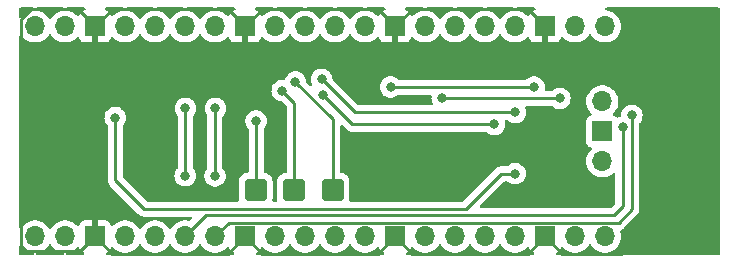
<source format=gbr>
%TF.GenerationSoftware,KiCad,Pcbnew,(7.0.0-0)*%
%TF.CreationDate,2023-03-02T20:40:35-05:00*%
%TF.ProjectId,EyeSPI-PiCowbell,45796553-5049-42d5-9069-436f7762656c,2.1.0*%
%TF.SameCoordinates,Original*%
%TF.FileFunction,Copper,L2,Bot*%
%TF.FilePolarity,Positive*%
%FSLAX46Y46*%
G04 Gerber Fmt 4.6, Leading zero omitted, Abs format (unit mm)*
G04 Created by KiCad (PCBNEW (7.0.0-0)) date 2023-03-02 20:40:35*
%MOMM*%
%LPD*%
G01*
G04 APERTURE LIST*
G04 Aperture macros list*
%AMRoundRect*
0 Rectangle with rounded corners*
0 $1 Rounding radius*
0 $2 $3 $4 $5 $6 $7 $8 $9 X,Y pos of 4 corners*
0 Add a 4 corners polygon primitive as box body*
4,1,4,$2,$3,$4,$5,$6,$7,$8,$9,$2,$3,0*
0 Add four circle primitives for the rounded corners*
1,1,$1+$1,$2,$3*
1,1,$1+$1,$4,$5*
1,1,$1+$1,$6,$7*
1,1,$1+$1,$8,$9*
0 Add four rect primitives between the rounded corners*
20,1,$1+$1,$2,$3,$4,$5,0*
20,1,$1+$1,$4,$5,$6,$7,0*
20,1,$1+$1,$6,$7,$8,$9,0*
20,1,$1+$1,$8,$9,$2,$3,0*%
G04 Aperture macros list end*
%TA.AperFunction,ComponentPad*%
%ADD10O,1.700000X1.700000*%
%TD*%
%TA.AperFunction,ComponentPad*%
%ADD11R,1.700000X1.700000*%
%TD*%
%TA.AperFunction,ComponentPad*%
%ADD12RoundRect,0.250000X-0.675000X-0.675000X0.675000X-0.675000X0.675000X0.675000X-0.675000X0.675000X0*%
%TD*%
%TA.AperFunction,ComponentPad*%
%ADD13RoundRect,0.250000X0.675000X0.675000X-0.675000X0.675000X-0.675000X-0.675000X0.675000X-0.675000X0*%
%TD*%
%TA.AperFunction,ViaPad*%
%ADD14C,0.800000*%
%TD*%
%TA.AperFunction,Conductor*%
%ADD15C,0.250000*%
%TD*%
G04 APERTURE END LIST*
D10*
%TO.P,U101,1,GPIO0*%
%TO.N,unconnected-(U101-GPIO0-Pad1)*%
X125514099Y-80975199D03*
%TO.P,U101,2,GPIO1*%
%TO.N,unconnected-(U101-GPIO1-Pad2)*%
X128054099Y-80975199D03*
D11*
%TO.P,U101,3,GND*%
%TO.N,GND*%
X130594099Y-80975199D03*
D10*
%TO.P,U101,4,GPIO2*%
%TO.N,unconnected-(U101-GPIO2-Pad4)*%
X133134099Y-80975199D03*
%TO.P,U101,5,GPIO3*%
%TO.N,unconnected-(U101-GPIO3-Pad5)*%
X135674099Y-80975199D03*
%TO.P,U101,6,GPIO4*%
%TO.N,SDA*%
X138214099Y-80975199D03*
%TO.P,U101,7,GPIO5*%
%TO.N,SCL*%
X140754099Y-80975199D03*
D11*
%TO.P,U101,8,GND*%
%TO.N,GND*%
X143294099Y-80975199D03*
D10*
%TO.P,U101,9,GPIO6*%
%TO.N,unconnected-(U101-GPIO6-Pad9)*%
X145834099Y-80975199D03*
%TO.P,U101,10,GPIO7*%
%TO.N,unconnected-(U101-GPIO7-Pad10)*%
X148374099Y-80975199D03*
%TO.P,U101,11,GPIO8*%
%TO.N,unconnected-(U101-GPIO8-Pad11)*%
X150914099Y-80975199D03*
%TO.P,U101,12,GPIO9*%
%TO.N,unconnected-(U101-GPIO9-Pad12)*%
X153454099Y-80975199D03*
D11*
%TO.P,U101,13,GND*%
%TO.N,GND*%
X155994099Y-80975199D03*
D10*
%TO.P,U101,14,GPIO10*%
%TO.N,unconnected-(U101-GPIO10-Pad14)*%
X158534099Y-80975199D03*
%TO.P,U101,15,GPIO11*%
%TO.N,unconnected-(U101-GPIO11-Pad15)*%
X161074099Y-80975199D03*
%TO.P,U101,16,GPIO12*%
%TO.N,unconnected-(U101-GPIO12-Pad16)*%
X163614099Y-80975199D03*
%TO.P,U101,17,GPIO13*%
%TO.N,/GPIO13*%
X166154099Y-80975199D03*
D11*
%TO.P,U101,18,GND*%
%TO.N,GND*%
X168694099Y-80975199D03*
D10*
%TO.P,U101,19,GPIO14*%
%TO.N,/GPIO14*%
X171234099Y-80975199D03*
%TO.P,U101,20,GPIO15*%
%TO.N,/GPIO15*%
X173774099Y-80975199D03*
%TO.P,U101,21,GPIO16*%
%TO.N,MISO*%
X173774099Y-63195199D03*
%TO.P,U101,22,GPIO17*%
%TO.N,/GPIO17*%
X171234099Y-63195199D03*
D11*
%TO.P,U101,23,GND*%
%TO.N,GND*%
X168694099Y-63195199D03*
D10*
%TO.P,U101,24,GPIO18*%
%TO.N,SCK*%
X166154099Y-63195199D03*
%TO.P,U101,25,GPIO19*%
%TO.N,MOSI*%
X163614099Y-63195199D03*
%TO.P,U101,26,GPIO20*%
%TO.N,/GPIO20*%
X161074099Y-63195199D03*
%TO.P,U101,27,GPIO21*%
%TO.N,/GPIO21*%
X158534099Y-63195199D03*
D11*
%TO.P,U101,28,GND*%
%TO.N,GND*%
X155994099Y-63195199D03*
D10*
%TO.P,U101,29,GPIO22*%
%TO.N,/GPIO22*%
X153454099Y-63195199D03*
%TO.P,U101,30,RUN*%
%TO.N,/~{RUN}*%
X150914099Y-63195199D03*
%TO.P,U101,31,GPIO26_ADC0*%
%TO.N,unconnected-(U101-GPIO26_ADC0-Pad31)*%
X148374099Y-63195199D03*
%TO.P,U101,32,GPIO27_ADC1*%
%TO.N,unconnected-(U101-GPIO27_ADC1-Pad32)*%
X145834099Y-63195199D03*
D11*
%TO.P,U101,33,AGND*%
%TO.N,GND*%
X143294099Y-63195199D03*
D10*
%TO.P,U101,34,GPIO28_ADC2*%
%TO.N,unconnected-(U101-GPIO28_ADC2-Pad34)*%
X140754099Y-63195199D03*
%TO.P,U101,35,ADC_VREF*%
%TO.N,unconnected-(U101-ADC_VREF-Pad35)*%
X138214099Y-63195199D03*
%TO.P,U101,36,3V3*%
%TO.N,+3V3*%
X135674099Y-63195199D03*
%TO.P,U101,37,3V3_EN*%
%TO.N,unconnected-(U101-3V3_EN-Pad37)*%
X133134099Y-63195199D03*
D11*
%TO.P,U101,38,GND*%
%TO.N,GND*%
X130594099Y-63195199D03*
D10*
%TO.P,U101,39,VSYS*%
%TO.N,unconnected-(U101-VSYS-Pad39)*%
X128054099Y-63195199D03*
%TO.P,U101,40,VBUS*%
%TO.N,unconnected-(U101-VBUS-Pad40)*%
X125514099Y-63195199D03*
%TO.P,U101,41,SWCLK*%
%TO.N,unconnected-(U101-SWCLK-Pad41)*%
X173544099Y-74625199D03*
D11*
%TO.P,U101,42,GND*%
%TO.N,unconnected-(U101-GND-Pad42)*%
X173544099Y-72085199D03*
D10*
%TO.P,U101,43,SWDIO*%
%TO.N,unconnected-(U101-SWDIO-Pad43)*%
X173544099Y-69545199D03*
%TD*%
D12*
%TO.P,J109,1,Pin_1*%
%TO.N,/~{MEM_CS}*%
X144192700Y-77014600D03*
%TD*%
%TO.P,J107,1,Pin_1*%
%TO.N,/EYESPI_GPIO1*%
X147453500Y-77016400D03*
%TD*%
D13*
%TO.P,J108,1,Pin_1*%
%TO.N,/EYESPI_GPIO2*%
X150704700Y-77014600D03*
%TD*%
D14*
%TO.N,GND*%
X163598300Y-73458600D03*
X177060300Y-78741800D03*
X136064700Y-76811400D03*
X157603900Y-77014600D03*
X143278300Y-65991000D03*
X153539900Y-77014600D03*
X169592700Y-71121800D03*
X155978300Y-66194200D03*
X177060300Y-67565800D03*
X175790300Y-65127400D03*
X181784700Y-67565800D03*
%TO.N,/EYESPI_MISO*%
X159991500Y-69242200D03*
X169948300Y-69293000D03*
%TO.N,/~{TFT_CS}*%
X155622700Y-68327800D03*
X167763900Y-68327800D03*
%TO.N,/~{MEM_CS}*%
X144225700Y-71186900D03*
%TO.N,/EYESPI_SCL*%
X140754100Y-75862000D03*
X140789100Y-70135900D03*
%TO.N,/EYESPI_SDA*%
X138223700Y-75820800D03*
X138249100Y-70135900D03*
%TO.N,/INT*%
X149882300Y-68988200D03*
X164411100Y-71477400D03*
%TO.N,/BUSY*%
X166189100Y-70461400D03*
X149780700Y-67667400D03*
%TO.N,/~{TS_CS}*%
X166154100Y-75658800D03*
X132305500Y-70918600D03*
%TO.N,/EYESPI_GPIO1*%
X146445900Y-68635900D03*
%TO.N,/EYESPI_GPIO2*%
X147555500Y-67911400D03*
%TO.N,SDA*%
X175282300Y-71727000D03*
%TO.N,SCL*%
X176044300Y-70727000D03*
%TD*%
D15*
%TO.N,GND*%
X167211100Y-61712200D02*
X157477100Y-61712200D01*
X154511100Y-61712200D02*
X144777100Y-61712200D01*
X132077100Y-61712200D02*
X130594100Y-63195200D01*
X177060300Y-80519800D02*
X175138100Y-82442000D01*
X141827300Y-82442000D02*
X143294100Y-80975200D01*
X129111100Y-61712200D02*
X125143250Y-61712200D01*
X143294100Y-80975200D02*
X144760900Y-82442000D01*
X168694100Y-63195200D02*
X167211100Y-61712200D01*
X157477100Y-61712200D02*
X155994100Y-63195200D01*
X124287100Y-81797800D02*
X124716300Y-82227000D01*
X144777100Y-61712200D02*
X143294100Y-63195200D01*
X177060300Y-78741800D02*
X177060300Y-80519800D01*
X144760900Y-82442000D02*
X154527300Y-82442000D01*
X129342300Y-82227000D02*
X130594100Y-80975200D01*
X141811100Y-61712200D02*
X132077100Y-61712200D01*
X124716300Y-82227000D02*
X129342300Y-82227000D01*
X124287100Y-62568350D02*
X124287100Y-81797800D01*
X130594100Y-80975200D02*
X132060900Y-82442000D01*
X167227300Y-82442000D02*
X168694100Y-80975200D01*
X155994100Y-80975200D02*
X157460900Y-82442000D01*
X130594100Y-63195200D02*
X129111100Y-61712200D01*
X170160900Y-82442000D02*
X168694100Y-80975200D01*
X125143250Y-61712200D02*
X124287100Y-62568350D01*
X157460900Y-82442000D02*
X167227300Y-82442000D01*
X143294100Y-63195200D02*
X141811100Y-61712200D01*
X155994100Y-63195200D02*
X154511100Y-61712200D01*
X132060900Y-82442000D02*
X141827300Y-82442000D01*
X177060300Y-78741800D02*
X177060300Y-67565800D01*
X154527300Y-82442000D02*
X155994100Y-80975200D01*
X175138100Y-82442000D02*
X170160900Y-82442000D01*
%TO.N,/EYESPI_MISO*%
X159991500Y-69242200D02*
X160042300Y-69293000D01*
X160042300Y-69293000D02*
X169948300Y-69293000D01*
%TO.N,/~{TFT_CS}*%
X155622700Y-68327800D02*
X167763900Y-68327800D01*
%TO.N,/~{MEM_CS}*%
X144225700Y-71186900D02*
X144225700Y-76981600D01*
X144225700Y-76981600D02*
X144192700Y-77014600D01*
%TO.N,/EYESPI_SCL*%
X140738300Y-75846200D02*
X140754100Y-75862000D01*
X140789100Y-70135900D02*
X140738300Y-70186700D01*
X140738300Y-70186700D02*
X140738300Y-75846200D01*
%TO.N,/EYESPI_SDA*%
X138249100Y-70135900D02*
X138249100Y-75795400D01*
X138249100Y-75795400D02*
X138223700Y-75820800D01*
%TO.N,/INT*%
X149882300Y-68988200D02*
X152371500Y-71477400D01*
X152371500Y-71477400D02*
X164411100Y-71477400D01*
%TO.N,/BUSY*%
X152574700Y-70461400D02*
X149780700Y-67667400D01*
X166189100Y-70461400D02*
X152574700Y-70461400D01*
%TO.N,/~{TS_CS}*%
X165004900Y-75658800D02*
X162009100Y-78654600D01*
X162009100Y-78654600D02*
X134758300Y-78654600D01*
X134758300Y-78654600D02*
X132305500Y-76201800D01*
X166154100Y-75658800D02*
X165004900Y-75658800D01*
X132305500Y-76201800D02*
X132305500Y-70918600D01*
%TO.N,/EYESPI_GPIO1*%
X146445900Y-68635900D02*
X147453500Y-69643500D01*
X147453500Y-69643500D02*
X147453500Y-77016400D01*
%TO.N,/EYESPI_GPIO2*%
X150704700Y-71060600D02*
X150704700Y-77014600D01*
X147555500Y-67911400D02*
X150704700Y-71060600D01*
%TO.N,SDA*%
X139990300Y-79199000D02*
X174520300Y-79199000D01*
X175282300Y-78437000D02*
X175282300Y-71727000D01*
X174520300Y-79199000D02*
X175282300Y-78437000D01*
X138214100Y-80975200D02*
X139990300Y-79199000D01*
%TO.N,SCL*%
X141929100Y-79800200D02*
X140754100Y-80975200D01*
X174935100Y-79800200D02*
X141929100Y-79800200D01*
X176044300Y-78691000D02*
X174935100Y-79800200D01*
X176044300Y-70727000D02*
X176044300Y-78691000D01*
%TD*%
%TA.AperFunction,Conductor*%
%TO.N,GND*%
G36*
X183424800Y-61604581D02*
G01*
X183470919Y-61650700D01*
X183487800Y-61713700D01*
X183487800Y-82440500D01*
X183470919Y-82503500D01*
X183424800Y-82549619D01*
X183361800Y-82566500D01*
X174012173Y-82566500D01*
X173952204Y-82551314D01*
X173906690Y-82509415D01*
X173886603Y-82450905D01*
X173896786Y-82389886D01*
X173934782Y-82341068D01*
X173991434Y-82316218D01*
X174000618Y-82314685D01*
X174108735Y-82296644D01*
X174321674Y-82223542D01*
X174519676Y-82116389D01*
X174697340Y-81978106D01*
X174849822Y-81812468D01*
X174972960Y-81623991D01*
X175063396Y-81417816D01*
X175118664Y-81199568D01*
X175137256Y-80975200D01*
X175118664Y-80750832D01*
X175067332Y-80548127D01*
X175067842Y-80484319D01*
X175099551Y-80428941D01*
X175154322Y-80396203D01*
X175188693Y-80386218D01*
X175206139Y-80375899D01*
X175223869Y-80367213D01*
X175242717Y-80359752D01*
X175278487Y-80333761D01*
X175288398Y-80327251D01*
X175326462Y-80304742D01*
X175340788Y-80290415D01*
X175355817Y-80277578D01*
X175372207Y-80265672D01*
X175400394Y-80231597D01*
X175408372Y-80222830D01*
X176436559Y-79194643D01*
X176444833Y-79187114D01*
X176451318Y-79183000D01*
X176497976Y-79133312D01*
X176500668Y-79130534D01*
X176520435Y-79110769D01*
X176522889Y-79107604D01*
X176530610Y-79098559D01*
X176560886Y-79066321D01*
X176570645Y-79048567D01*
X176581498Y-79032045D01*
X176593914Y-79016040D01*
X176611477Y-78975450D01*
X176616688Y-78964815D01*
X176637995Y-78926060D01*
X176643032Y-78906442D01*
X176649438Y-78887730D01*
X176654332Y-78876421D01*
X176657481Y-78869145D01*
X176664396Y-78825477D01*
X176666804Y-78813853D01*
X176675829Y-78778705D01*
X176677800Y-78771030D01*
X176677800Y-78750776D01*
X176679351Y-78731065D01*
X176681280Y-78718885D01*
X176682520Y-78711057D01*
X176678358Y-78667038D01*
X176677800Y-78655181D01*
X176677800Y-71429524D01*
X176686169Y-71384370D01*
X176710161Y-71345216D01*
X176783340Y-71263944D01*
X176878827Y-71098556D01*
X176937842Y-70916928D01*
X176957804Y-70727000D01*
X176937842Y-70537072D01*
X176878827Y-70355444D01*
X176783340Y-70190056D01*
X176655553Y-70048134D01*
X176650211Y-70044253D01*
X176650208Y-70044250D01*
X176572357Y-69987688D01*
X176501052Y-69935882D01*
X176326588Y-69858206D01*
X176320135Y-69856834D01*
X176320131Y-69856833D01*
X176146243Y-69819872D01*
X176146240Y-69819871D01*
X176139787Y-69818500D01*
X175948813Y-69818500D01*
X175942360Y-69819871D01*
X175942356Y-69819872D01*
X175768468Y-69856833D01*
X175768461Y-69856835D01*
X175762012Y-69858206D01*
X175755982Y-69860890D01*
X175755981Y-69860891D01*
X175593578Y-69933197D01*
X175593575Y-69933198D01*
X175587548Y-69935882D01*
X175582207Y-69939762D01*
X175582206Y-69939763D01*
X175438391Y-70044250D01*
X175438383Y-70044256D01*
X175433047Y-70048134D01*
X175428630Y-70053039D01*
X175428625Y-70053044D01*
X175330707Y-70161794D01*
X175305260Y-70190056D01*
X175301961Y-70195769D01*
X175301958Y-70195774D01*
X175229780Y-70320791D01*
X175209773Y-70355444D01*
X175207734Y-70361718D01*
X175207730Y-70361728D01*
X175152797Y-70530794D01*
X175152795Y-70530801D01*
X175150758Y-70537072D01*
X175150068Y-70543633D01*
X175150068Y-70543635D01*
X175138090Y-70657605D01*
X175130796Y-70727000D01*
X175131100Y-70729896D01*
X175118734Y-70783462D01*
X175083060Y-70827516D01*
X175031683Y-70851474D01*
X175006469Y-70856833D01*
X175006464Y-70856834D01*
X175000012Y-70858206D01*
X174993982Y-70860890D01*
X174993981Y-70860891D01*
X174900467Y-70902526D01*
X174851417Y-70913400D01*
X174802017Y-70904244D01*
X174761436Y-70877383D01*
X174757361Y-70871939D01*
X174712930Y-70838678D01*
X174647517Y-70789710D01*
X174647514Y-70789708D01*
X174640304Y-70784311D01*
X174631865Y-70781163D01*
X174631857Y-70781159D01*
X174525293Y-70741412D01*
X174474959Y-70706848D01*
X174446785Y-70652678D01*
X174447388Y-70591622D01*
X174476623Y-70538021D01*
X174619822Y-70382468D01*
X174742960Y-70193991D01*
X174833396Y-69987816D01*
X174888664Y-69769568D01*
X174907256Y-69545200D01*
X174888664Y-69320832D01*
X174833396Y-69102584D01*
X174742960Y-68896409D01*
X174619822Y-68707932D01*
X174529899Y-68610250D01*
X174470872Y-68546130D01*
X174470867Y-68546125D01*
X174467340Y-68542294D01*
X174289676Y-68404011D01*
X174285097Y-68401533D01*
X174285094Y-68401531D01*
X174096259Y-68299339D01*
X174096256Y-68299337D01*
X174091674Y-68296858D01*
X174086750Y-68295167D01*
X174086742Y-68295164D01*
X173883665Y-68225448D01*
X173883659Y-68225446D01*
X173878735Y-68223756D01*
X173873598Y-68222898D01*
X173873595Y-68222898D01*
X173661806Y-68187557D01*
X173661803Y-68187556D01*
X173656669Y-68186700D01*
X173431531Y-68186700D01*
X173426397Y-68187556D01*
X173426393Y-68187557D01*
X173214604Y-68222898D01*
X173214598Y-68222899D01*
X173209465Y-68223756D01*
X173204543Y-68225445D01*
X173204534Y-68225448D01*
X173001457Y-68295164D01*
X173001444Y-68295169D01*
X172996526Y-68296858D01*
X172991947Y-68299335D01*
X172991940Y-68299339D01*
X172803105Y-68401531D01*
X172803097Y-68401536D01*
X172798524Y-68404011D01*
X172794413Y-68407210D01*
X172794411Y-68407212D01*
X172624978Y-68539088D01*
X172624972Y-68539093D01*
X172620860Y-68542294D01*
X172617337Y-68546119D01*
X172617327Y-68546130D01*
X172471906Y-68704099D01*
X172471902Y-68704102D01*
X172468378Y-68707932D01*
X172465530Y-68712290D01*
X172465527Y-68712295D01*
X172348092Y-68892043D01*
X172345240Y-68896409D01*
X172343148Y-68901178D01*
X172343146Y-68901182D01*
X172256899Y-69097806D01*
X172256896Y-69097814D01*
X172254804Y-69102584D01*
X172253523Y-69107640D01*
X172253522Y-69107645D01*
X172202316Y-69309855D01*
X172199536Y-69320832D01*
X172199106Y-69326020D01*
X172199105Y-69326027D01*
X172188250Y-69457034D01*
X172180944Y-69545200D01*
X172181374Y-69550389D01*
X172198628Y-69758621D01*
X172199536Y-69769568D01*
X172200817Y-69774626D01*
X172241652Y-69935882D01*
X172254804Y-69987816D01*
X172256897Y-69992589D01*
X172256899Y-69992593D01*
X172298223Y-70086802D01*
X172345240Y-70193991D01*
X172468378Y-70382468D01*
X172534997Y-70454835D01*
X172611574Y-70538019D01*
X172640811Y-70591623D01*
X172641414Y-70652678D01*
X172613240Y-70706848D01*
X172562907Y-70741412D01*
X172456340Y-70781160D01*
X172456331Y-70781164D01*
X172447896Y-70784311D01*
X172440688Y-70789706D01*
X172440682Y-70789710D01*
X172338050Y-70866540D01*
X172338046Y-70866543D01*
X172330839Y-70871939D01*
X172325443Y-70879146D01*
X172325440Y-70879150D01*
X172248610Y-70981782D01*
X172248606Y-70981788D01*
X172243211Y-70988996D01*
X172240065Y-70997430D01*
X172240062Y-70997436D01*
X172194863Y-71118619D01*
X172194861Y-71118623D01*
X172192111Y-71125999D01*
X172191269Y-71133825D01*
X172191268Y-71133832D01*
X172189870Y-71146840D01*
X172185600Y-71186562D01*
X172185600Y-72983838D01*
X172185959Y-72987185D01*
X172185960Y-72987188D01*
X172191268Y-73036567D01*
X172191269Y-73036573D01*
X172192111Y-73044401D01*
X172194862Y-73051778D01*
X172194863Y-73051780D01*
X172240062Y-73172963D01*
X172240064Y-73172966D01*
X172243211Y-73181404D01*
X172248608Y-73188614D01*
X172248610Y-73188617D01*
X172325440Y-73291249D01*
X172330839Y-73298461D01*
X172447896Y-73386089D01*
X172456335Y-73389236D01*
X172456336Y-73389237D01*
X172562906Y-73428986D01*
X172613240Y-73463550D01*
X172641414Y-73517720D01*
X172640811Y-73578776D01*
X172611574Y-73632380D01*
X172471906Y-73784099D01*
X172471902Y-73784102D01*
X172468378Y-73787932D01*
X172465530Y-73792290D01*
X172465527Y-73792295D01*
X172439400Y-73832286D01*
X172345240Y-73976409D01*
X172343148Y-73981178D01*
X172343146Y-73981182D01*
X172256899Y-74177806D01*
X172256896Y-74177814D01*
X172254804Y-74182584D01*
X172199536Y-74400832D01*
X172199106Y-74406020D01*
X172199105Y-74406027D01*
X172182009Y-74612347D01*
X172180944Y-74625200D01*
X172181374Y-74630389D01*
X172194486Y-74788633D01*
X172199536Y-74849568D01*
X172200817Y-74854626D01*
X172247842Y-75040326D01*
X172254804Y-75067816D01*
X172256897Y-75072589D01*
X172256899Y-75072593D01*
X172295180Y-75159865D01*
X172345240Y-75273991D01*
X172468378Y-75462468D01*
X172480315Y-75475435D01*
X172617327Y-75624269D01*
X172617331Y-75624273D01*
X172620860Y-75628106D01*
X172798524Y-75766389D01*
X172996526Y-75873542D01*
X173001455Y-75875234D01*
X173001457Y-75875235D01*
X173036325Y-75887205D01*
X173209465Y-75946644D01*
X173431531Y-75983700D01*
X173651458Y-75983700D01*
X173656669Y-75983700D01*
X173878735Y-75946644D01*
X174091674Y-75873542D01*
X174289676Y-75766389D01*
X174435183Y-75653135D01*
X174445409Y-75645176D01*
X174509802Y-75619279D01*
X174578139Y-75631410D01*
X174629685Y-75677886D01*
X174648800Y-75744607D01*
X174648800Y-78122405D01*
X174639209Y-78170623D01*
X174611895Y-78211501D01*
X174294799Y-78528596D01*
X174253922Y-78555909D01*
X174205704Y-78565500D01*
X163298294Y-78565500D01*
X163241091Y-78551767D01*
X163196358Y-78513561D01*
X163173845Y-78459211D01*
X163178461Y-78400564D01*
X163209199Y-78350405D01*
X165230400Y-76329205D01*
X165271277Y-76301891D01*
X165319495Y-76292300D01*
X165445900Y-76292300D01*
X165497147Y-76303192D01*
X165532824Y-76329112D01*
X165533520Y-76328340D01*
X165538431Y-76332762D01*
X165542847Y-76337666D01*
X165697348Y-76449918D01*
X165871812Y-76527594D01*
X166058613Y-76567300D01*
X166242984Y-76567300D01*
X166249587Y-76567300D01*
X166436388Y-76527594D01*
X166610852Y-76449918D01*
X166765353Y-76337666D01*
X166893140Y-76195744D01*
X166988627Y-76030356D01*
X167047642Y-75848728D01*
X167067604Y-75658800D01*
X167047642Y-75468872D01*
X166988627Y-75287244D01*
X166893140Y-75121856D01*
X166765353Y-74979934D01*
X166760011Y-74976053D01*
X166760008Y-74976050D01*
X166682157Y-74919488D01*
X166610852Y-74867682D01*
X166436388Y-74790006D01*
X166429935Y-74788634D01*
X166429931Y-74788633D01*
X166256043Y-74751672D01*
X166256040Y-74751671D01*
X166249587Y-74750300D01*
X166058613Y-74750300D01*
X166052160Y-74751671D01*
X166052156Y-74751672D01*
X165878268Y-74788633D01*
X165878261Y-74788635D01*
X165871812Y-74790006D01*
X165865782Y-74792690D01*
X165865781Y-74792691D01*
X165703378Y-74864997D01*
X165703375Y-74864998D01*
X165697348Y-74867682D01*
X165692007Y-74871562D01*
X165692006Y-74871563D01*
X165548186Y-74976054D01*
X165548180Y-74976059D01*
X165542847Y-74979934D01*
X165538433Y-74984835D01*
X165533520Y-74989260D01*
X165532824Y-74988487D01*
X165497147Y-75014408D01*
X165445900Y-75025300D01*
X165083667Y-75025300D01*
X165072483Y-75024772D01*
X165064991Y-75023098D01*
X165057065Y-75023347D01*
X164996914Y-75025238D01*
X164992955Y-75025300D01*
X164965044Y-75025300D01*
X164961118Y-75025795D01*
X164961100Y-75025797D01*
X164961008Y-75025809D01*
X164949203Y-75026737D01*
X164912931Y-75027877D01*
X164912923Y-75027878D01*
X164905011Y-75028127D01*
X164897404Y-75030336D01*
X164897403Y-75030337D01*
X164885556Y-75033779D01*
X164866206Y-75037786D01*
X164846103Y-75040326D01*
X164838740Y-75043240D01*
X164838736Y-75043242D01*
X164804998Y-75056600D01*
X164793773Y-75060443D01*
X164758917Y-75070570D01*
X164758910Y-75070573D01*
X164751307Y-75072782D01*
X164744491Y-75076812D01*
X164744483Y-75076816D01*
X164733860Y-75083098D01*
X164716121Y-75091789D01*
X164704649Y-75096331D01*
X164704646Y-75096332D01*
X164697283Y-75099248D01*
X164690876Y-75103902D01*
X164690872Y-75103905D01*
X164661511Y-75125237D01*
X164651593Y-75131751D01*
X164620365Y-75150219D01*
X164620357Y-75150225D01*
X164613538Y-75154258D01*
X164607936Y-75159858D01*
X164607929Y-75159865D01*
X164599208Y-75168586D01*
X164584187Y-75181415D01*
X164574207Y-75188666D01*
X164574198Y-75188673D01*
X164567793Y-75193328D01*
X164562745Y-75199428D01*
X164562736Y-75199438D01*
X164539600Y-75227404D01*
X164531613Y-75236181D01*
X161783600Y-77984195D01*
X161742723Y-78011509D01*
X161694505Y-78021100D01*
X152243401Y-78021100D01*
X152186036Y-78007284D01*
X152141251Y-77968866D01*
X152118868Y-77914271D01*
X152123795Y-77855472D01*
X152125423Y-77850556D01*
X152127587Y-77844026D01*
X152138200Y-77740145D01*
X152138199Y-76289056D01*
X152127587Y-76185174D01*
X152071815Y-76016862D01*
X152051360Y-75983700D01*
X151982583Y-75872195D01*
X151978730Y-75865948D01*
X151853352Y-75740570D01*
X151847104Y-75736716D01*
X151708681Y-75651335D01*
X151708676Y-75651332D01*
X151702438Y-75647485D01*
X151695476Y-75645178D01*
X151695474Y-75645177D01*
X151540651Y-75593875D01*
X151540649Y-75593874D01*
X151534126Y-75591713D01*
X151527289Y-75591014D01*
X151527287Y-75591014D01*
X151490540Y-75587260D01*
X151451392Y-75583260D01*
X151393945Y-75562508D01*
X151353006Y-75517174D01*
X151338200Y-75457913D01*
X151338200Y-71644194D01*
X151351933Y-71586991D01*
X151390139Y-71542258D01*
X151444489Y-71519745D01*
X151503136Y-71524361D01*
X151553295Y-71555099D01*
X151867842Y-71869646D01*
X151875384Y-71877933D01*
X151879500Y-71884418D01*
X151885279Y-71889844D01*
X151885280Y-71889846D01*
X151929167Y-71931058D01*
X151932008Y-71933812D01*
X151951730Y-71953534D01*
X151954914Y-71956004D01*
X151963937Y-71963709D01*
X151996179Y-71993986D01*
X152003128Y-71997806D01*
X152013929Y-72003744D01*
X152030459Y-72014602D01*
X152040194Y-72022154D01*
X152040197Y-72022156D01*
X152046459Y-72027013D01*
X152087036Y-72044572D01*
X152097671Y-72049781D01*
X152136440Y-72071095D01*
X152156066Y-72076134D01*
X152174759Y-72082534D01*
X152193355Y-72090581D01*
X152237018Y-72097495D01*
X152248629Y-72099900D01*
X152291470Y-72110900D01*
X152311731Y-72110900D01*
X152331439Y-72112450D01*
X152351443Y-72115619D01*
X152359335Y-72114873D01*
X152364562Y-72114379D01*
X152395454Y-72111458D01*
X152407311Y-72110900D01*
X163702900Y-72110900D01*
X163754147Y-72121792D01*
X163789824Y-72147712D01*
X163790520Y-72146940D01*
X163795431Y-72151362D01*
X163799847Y-72156266D01*
X163954348Y-72268518D01*
X164128812Y-72346194D01*
X164315613Y-72385900D01*
X164499984Y-72385900D01*
X164506587Y-72385900D01*
X164693388Y-72346194D01*
X164867852Y-72268518D01*
X165022353Y-72156266D01*
X165150140Y-72014344D01*
X165245627Y-71848956D01*
X165304642Y-71667328D01*
X165324604Y-71477400D01*
X165304642Y-71287472D01*
X165295662Y-71259837D01*
X165291046Y-71201191D01*
X165313558Y-71146840D01*
X165358292Y-71108633D01*
X165415495Y-71094900D01*
X165480900Y-71094900D01*
X165532147Y-71105792D01*
X165567824Y-71131712D01*
X165568520Y-71130940D01*
X165573431Y-71135362D01*
X165577847Y-71140266D01*
X165732348Y-71252518D01*
X165906812Y-71330194D01*
X166093613Y-71369900D01*
X166277984Y-71369900D01*
X166284587Y-71369900D01*
X166471388Y-71330194D01*
X166645852Y-71252518D01*
X166800353Y-71140266D01*
X166928140Y-70998344D01*
X167023627Y-70832956D01*
X167082642Y-70651328D01*
X167102604Y-70461400D01*
X167082642Y-70271472D01*
X167024143Y-70091434D01*
X167019528Y-70032790D01*
X167042041Y-69978439D01*
X167086774Y-69940233D01*
X167143977Y-69926500D01*
X169240100Y-69926500D01*
X169291347Y-69937392D01*
X169327024Y-69963312D01*
X169327720Y-69962540D01*
X169332631Y-69966962D01*
X169337047Y-69971866D01*
X169491548Y-70084118D01*
X169666012Y-70161794D01*
X169852813Y-70201500D01*
X170037184Y-70201500D01*
X170043787Y-70201500D01*
X170230588Y-70161794D01*
X170405052Y-70084118D01*
X170559553Y-69971866D01*
X170687340Y-69829944D01*
X170782827Y-69664556D01*
X170841842Y-69482928D01*
X170861804Y-69293000D01*
X170841842Y-69103072D01*
X170782827Y-68921444D01*
X170687340Y-68756056D01*
X170559553Y-68614134D01*
X170554211Y-68610253D01*
X170554208Y-68610250D01*
X170456261Y-68539088D01*
X170405052Y-68501882D01*
X170230588Y-68424206D01*
X170224135Y-68422834D01*
X170224131Y-68422833D01*
X170050243Y-68385872D01*
X170050240Y-68385871D01*
X170043787Y-68384500D01*
X169852813Y-68384500D01*
X169846360Y-68385871D01*
X169846356Y-68385872D01*
X169672468Y-68422833D01*
X169672461Y-68422835D01*
X169666012Y-68424206D01*
X169659982Y-68426890D01*
X169659981Y-68426891D01*
X169497578Y-68499197D01*
X169497575Y-68499198D01*
X169491548Y-68501882D01*
X169486207Y-68505762D01*
X169486206Y-68505763D01*
X169342386Y-68610254D01*
X169342380Y-68610259D01*
X169337047Y-68614134D01*
X169332633Y-68619035D01*
X169327720Y-68623460D01*
X169327024Y-68622687D01*
X169291347Y-68648608D01*
X169240100Y-68659500D01*
X168782199Y-68659500D01*
X168727955Y-68647226D01*
X168684280Y-68612796D01*
X168659681Y-68562917D01*
X168659090Y-68517901D01*
X168657442Y-68517728D01*
X168676714Y-68334365D01*
X168677404Y-68327800D01*
X168657442Y-68137872D01*
X168598427Y-67956244D01*
X168502940Y-67790856D01*
X168375153Y-67648934D01*
X168369811Y-67645053D01*
X168369808Y-67645050D01*
X168233650Y-67546126D01*
X168220652Y-67536682D01*
X168046188Y-67459006D01*
X168039735Y-67457634D01*
X168039731Y-67457633D01*
X167865843Y-67420672D01*
X167865840Y-67420671D01*
X167859387Y-67419300D01*
X167668413Y-67419300D01*
X167661960Y-67420671D01*
X167661956Y-67420672D01*
X167488068Y-67457633D01*
X167488061Y-67457635D01*
X167481612Y-67459006D01*
X167475582Y-67461690D01*
X167475581Y-67461691D01*
X167313178Y-67533997D01*
X167313175Y-67533998D01*
X167307148Y-67536682D01*
X167301807Y-67540562D01*
X167301806Y-67540563D01*
X167157986Y-67645054D01*
X167157980Y-67645059D01*
X167152647Y-67648934D01*
X167148233Y-67653835D01*
X167143320Y-67658260D01*
X167142624Y-67657487D01*
X167106947Y-67683408D01*
X167055700Y-67694300D01*
X156330900Y-67694300D01*
X156279653Y-67683408D01*
X156243975Y-67657487D01*
X156243280Y-67658260D01*
X156238367Y-67653837D01*
X156233953Y-67648934D01*
X156225912Y-67643092D01*
X156092450Y-67546126D01*
X156079452Y-67536682D01*
X155904988Y-67459006D01*
X155898535Y-67457634D01*
X155898531Y-67457633D01*
X155724643Y-67420672D01*
X155724640Y-67420671D01*
X155718187Y-67419300D01*
X155527213Y-67419300D01*
X155520760Y-67420671D01*
X155520756Y-67420672D01*
X155346868Y-67457633D01*
X155346861Y-67457635D01*
X155340412Y-67459006D01*
X155334382Y-67461690D01*
X155334381Y-67461691D01*
X155171978Y-67533997D01*
X155171975Y-67533998D01*
X155165948Y-67536682D01*
X155160607Y-67540562D01*
X155160606Y-67540563D01*
X155016791Y-67645050D01*
X155016787Y-67645054D01*
X155011447Y-67648934D01*
X155007030Y-67653839D01*
X155007025Y-67653844D01*
X154902627Y-67769791D01*
X154883660Y-67790856D01*
X154880361Y-67796569D01*
X154880358Y-67796574D01*
X154804869Y-67927325D01*
X154788173Y-67956244D01*
X154786134Y-67962518D01*
X154786130Y-67962528D01*
X154731197Y-68131594D01*
X154731195Y-68131601D01*
X154729158Y-68137872D01*
X154728468Y-68144433D01*
X154728468Y-68144435D01*
X154719365Y-68231044D01*
X154709196Y-68327800D01*
X154709886Y-68334365D01*
X154727492Y-68501882D01*
X154729158Y-68517728D01*
X154731195Y-68524000D01*
X154731197Y-68524005D01*
X154786130Y-68693071D01*
X154786133Y-68693078D01*
X154788173Y-68699356D01*
X154883660Y-68864744D01*
X155011447Y-69006666D01*
X155016789Y-69010547D01*
X155016791Y-69010549D01*
X155059998Y-69041941D01*
X155165948Y-69118918D01*
X155340412Y-69196594D01*
X155527213Y-69236300D01*
X155711584Y-69236300D01*
X155718187Y-69236300D01*
X155904988Y-69196594D01*
X156079452Y-69118918D01*
X156233953Y-69006666D01*
X156238369Y-69001761D01*
X156243280Y-68997340D01*
X156243975Y-68998112D01*
X156279653Y-68972192D01*
X156330900Y-68961300D01*
X158967582Y-68961300D01*
X159034352Y-68980446D01*
X159080830Y-69032065D01*
X159092892Y-69100470D01*
X159084770Y-69177751D01*
X159077996Y-69242200D01*
X159097958Y-69432128D01*
X159099995Y-69438400D01*
X159099997Y-69438405D01*
X159154930Y-69607471D01*
X159154933Y-69607478D01*
X159156973Y-69613756D01*
X159160277Y-69619478D01*
X159171490Y-69638900D01*
X159188371Y-69701900D01*
X159171490Y-69764900D01*
X159125371Y-69811019D01*
X159062371Y-69827900D01*
X152889294Y-69827900D01*
X152841076Y-69818309D01*
X152800199Y-69790995D01*
X150727822Y-67718617D01*
X150703191Y-67683766D01*
X150691607Y-67642692D01*
X150674242Y-67477472D01*
X150615227Y-67295844D01*
X150519740Y-67130456D01*
X150391953Y-66988534D01*
X150386611Y-66984653D01*
X150386608Y-66984650D01*
X150308757Y-66928088D01*
X150237452Y-66876282D01*
X150062988Y-66798606D01*
X150056535Y-66797234D01*
X150056531Y-66797233D01*
X149882643Y-66760272D01*
X149882640Y-66760271D01*
X149876187Y-66758900D01*
X149685213Y-66758900D01*
X149678760Y-66760271D01*
X149678756Y-66760272D01*
X149504868Y-66797233D01*
X149504861Y-66797235D01*
X149498412Y-66798606D01*
X149492382Y-66801290D01*
X149492381Y-66801291D01*
X149329978Y-66873597D01*
X149329975Y-66873598D01*
X149323948Y-66876282D01*
X149318607Y-66880162D01*
X149318606Y-66880163D01*
X149174791Y-66984650D01*
X149174783Y-66984656D01*
X149169447Y-66988534D01*
X149165030Y-66993439D01*
X149165025Y-66993444D01*
X149047326Y-67124163D01*
X149041660Y-67130456D01*
X149038361Y-67136169D01*
X149038358Y-67136174D01*
X148982725Y-67232534D01*
X148946173Y-67295844D01*
X148944134Y-67302118D01*
X148944130Y-67302128D01*
X148889197Y-67471194D01*
X148889195Y-67471201D01*
X148887158Y-67477472D01*
X148886468Y-67484033D01*
X148886468Y-67484035D01*
X148880527Y-67540563D01*
X148867196Y-67667400D01*
X148887158Y-67857328D01*
X148889195Y-67863600D01*
X148889197Y-67863605D01*
X148944130Y-68032671D01*
X148944133Y-68032678D01*
X148946173Y-68038956D01*
X148949477Y-68044678D01*
X148969263Y-68078949D01*
X148986024Y-68136453D01*
X148974339Y-68195199D01*
X148936848Y-68241911D01*
X148882024Y-68266035D01*
X148822255Y-68262117D01*
X148771049Y-68231044D01*
X148502622Y-67962617D01*
X148477991Y-67927766D01*
X148466407Y-67886692D01*
X148449042Y-67721472D01*
X148390027Y-67539844D01*
X148294540Y-67374456D01*
X148166753Y-67232534D01*
X148161411Y-67228653D01*
X148161408Y-67228650D01*
X148026255Y-67130456D01*
X148012252Y-67120282D01*
X147837788Y-67042606D01*
X147831335Y-67041234D01*
X147831331Y-67041233D01*
X147657443Y-67004272D01*
X147657440Y-67004271D01*
X147650987Y-67002900D01*
X147460013Y-67002900D01*
X147453560Y-67004271D01*
X147453556Y-67004272D01*
X147279668Y-67041233D01*
X147279661Y-67041235D01*
X147273212Y-67042606D01*
X147267182Y-67045290D01*
X147267181Y-67045291D01*
X147104778Y-67117597D01*
X147104775Y-67117598D01*
X147098748Y-67120282D01*
X147093407Y-67124162D01*
X147093406Y-67124163D01*
X146949591Y-67228650D01*
X146949583Y-67228656D01*
X146944247Y-67232534D01*
X146939830Y-67237439D01*
X146939825Y-67237444D01*
X146892395Y-67290121D01*
X146816460Y-67374456D01*
X146813161Y-67380169D01*
X146813158Y-67380174D01*
X146753194Y-67484035D01*
X146720973Y-67539844D01*
X146718934Y-67546119D01*
X146718931Y-67546126D01*
X146687425Y-67643092D01*
X146654839Y-67695061D01*
X146601576Y-67725485D01*
X146554697Y-67726761D01*
X146554414Y-67729463D01*
X146547844Y-67728772D01*
X146541387Y-67727400D01*
X146350413Y-67727400D01*
X146343960Y-67728771D01*
X146343956Y-67728772D01*
X146170068Y-67765733D01*
X146170061Y-67765735D01*
X146163612Y-67767106D01*
X146157582Y-67769790D01*
X146157581Y-67769791D01*
X145995178Y-67842097D01*
X145995175Y-67842098D01*
X145989148Y-67844782D01*
X145983807Y-67848662D01*
X145983806Y-67848663D01*
X145839991Y-67953150D01*
X145839983Y-67953156D01*
X145834647Y-67957034D01*
X145830230Y-67961939D01*
X145830225Y-67961944D01*
X145766543Y-68032671D01*
X145706860Y-68098956D01*
X145703561Y-68104669D01*
X145703558Y-68104674D01*
X145614677Y-68258621D01*
X145611373Y-68264344D01*
X145609334Y-68270618D01*
X145609330Y-68270628D01*
X145554397Y-68439694D01*
X145554395Y-68439701D01*
X145552358Y-68445972D01*
X145551668Y-68452533D01*
X145551668Y-68452535D01*
X145540067Y-68562917D01*
X145532396Y-68635900D01*
X145552358Y-68825828D01*
X145554395Y-68832100D01*
X145554397Y-68832105D01*
X145609330Y-69001171D01*
X145609333Y-69001178D01*
X145611373Y-69007456D01*
X145706860Y-69172844D01*
X145834647Y-69314766D01*
X145989148Y-69427018D01*
X146163612Y-69504694D01*
X146350413Y-69544400D01*
X146406306Y-69544400D01*
X146454524Y-69553991D01*
X146495401Y-69581305D01*
X146783095Y-69868999D01*
X146810409Y-69909876D01*
X146820000Y-69958094D01*
X146820000Y-75459714D01*
X146805194Y-75518976D01*
X146764255Y-75564310D01*
X146706804Y-75585061D01*
X146691443Y-75586631D01*
X146630911Y-75592814D01*
X146630905Y-75592815D01*
X146624074Y-75593513D01*
X146617558Y-75595671D01*
X146617549Y-75595674D01*
X146462725Y-75646977D01*
X146462719Y-75646979D01*
X146455762Y-75649285D01*
X146449526Y-75653130D01*
X146449518Y-75653135D01*
X146311095Y-75738516D01*
X146311090Y-75738519D01*
X146304848Y-75742370D01*
X146299658Y-75747559D01*
X146299654Y-75747563D01*
X146184663Y-75862554D01*
X146184659Y-75862558D01*
X146179470Y-75867748D01*
X146175619Y-75873990D01*
X146175616Y-75873995D01*
X146090235Y-76012418D01*
X146090230Y-76012426D01*
X146086385Y-76018662D01*
X146084079Y-76025619D01*
X146084077Y-76025625D01*
X146032775Y-76180448D01*
X146030613Y-76186974D01*
X146029914Y-76193808D01*
X146029914Y-76193812D01*
X146023408Y-76257497D01*
X146020000Y-76290855D01*
X146020000Y-76294059D01*
X146020000Y-76294060D01*
X146020000Y-77738738D01*
X146020000Y-77738757D01*
X146020001Y-77741944D01*
X146020325Y-77745121D01*
X146020326Y-77745129D01*
X146029730Y-77837188D01*
X146030613Y-77845826D01*
X146032774Y-77852347D01*
X146033808Y-77855467D01*
X146034043Y-77858276D01*
X146034216Y-77859082D01*
X146034112Y-77859104D01*
X146038737Y-77914268D01*
X146016354Y-77968864D01*
X145971569Y-78007284D01*
X145914203Y-78021100D01*
X145731401Y-78021100D01*
X145674036Y-78007284D01*
X145629251Y-77968866D01*
X145606868Y-77914271D01*
X145611795Y-77855472D01*
X145613423Y-77850556D01*
X145615587Y-77844026D01*
X145626200Y-77740145D01*
X145626199Y-76289056D01*
X145615587Y-76185174D01*
X145559815Y-76016862D01*
X145539360Y-75983700D01*
X145470583Y-75872195D01*
X145466730Y-75865948D01*
X145341352Y-75740570D01*
X145335104Y-75736716D01*
X145196681Y-75651335D01*
X145196676Y-75651332D01*
X145190438Y-75647485D01*
X145183476Y-75645178D01*
X145183474Y-75645177D01*
X145028651Y-75593875D01*
X145028649Y-75593874D01*
X145022126Y-75591713D01*
X145015290Y-75591014D01*
X145015278Y-75591012D01*
X144972394Y-75586631D01*
X144914944Y-75565879D01*
X144874006Y-75520545D01*
X144859200Y-75461284D01*
X144859200Y-71889424D01*
X144867569Y-71844270D01*
X144891561Y-71805116D01*
X144964740Y-71723844D01*
X145060227Y-71558456D01*
X145119242Y-71376828D01*
X145139204Y-71186900D01*
X145119242Y-70996972D01*
X145073708Y-70856833D01*
X145062269Y-70821628D01*
X145062268Y-70821626D01*
X145060227Y-70815344D01*
X144964740Y-70649956D01*
X144836953Y-70508034D01*
X144831611Y-70504153D01*
X144831608Y-70504150D01*
X144753757Y-70447588D01*
X144682452Y-70395782D01*
X144507988Y-70318106D01*
X144501535Y-70316734D01*
X144501531Y-70316733D01*
X144327643Y-70279772D01*
X144327640Y-70279771D01*
X144321187Y-70278400D01*
X144130213Y-70278400D01*
X144123760Y-70279771D01*
X144123756Y-70279772D01*
X143949868Y-70316733D01*
X143949861Y-70316735D01*
X143943412Y-70318106D01*
X143937382Y-70320790D01*
X143937381Y-70320791D01*
X143774978Y-70393097D01*
X143774975Y-70393098D01*
X143768948Y-70395782D01*
X143763607Y-70399662D01*
X143763606Y-70399663D01*
X143619791Y-70504150D01*
X143619783Y-70504156D01*
X143614447Y-70508034D01*
X143610030Y-70512939D01*
X143610025Y-70512944D01*
X143539184Y-70591622D01*
X143486660Y-70649956D01*
X143483361Y-70655669D01*
X143483358Y-70655674D01*
X143410909Y-70781160D01*
X143391173Y-70815344D01*
X143389134Y-70821618D01*
X143389130Y-70821628D01*
X143334197Y-70990694D01*
X143334195Y-70990701D01*
X143332158Y-70996972D01*
X143331468Y-71003533D01*
X143331468Y-71003535D01*
X143317097Y-71140266D01*
X143312196Y-71186900D01*
X143312886Y-71193465D01*
X143331285Y-71368527D01*
X143332158Y-71376828D01*
X143334195Y-71383100D01*
X143334197Y-71383105D01*
X143389130Y-71552171D01*
X143389133Y-71552178D01*
X143391173Y-71558456D01*
X143486660Y-71723844D01*
X143559838Y-71805116D01*
X143583831Y-71844270D01*
X143592200Y-71889424D01*
X143592200Y-75455150D01*
X143576371Y-75516292D01*
X143532862Y-75562071D01*
X143472604Y-75580987D01*
X143470362Y-75581101D01*
X143467156Y-75581101D01*
X143463978Y-75581425D01*
X143463971Y-75581426D01*
X143370111Y-75591014D01*
X143370105Y-75591015D01*
X143363274Y-75591713D01*
X143356758Y-75593871D01*
X143356749Y-75593874D01*
X143201925Y-75645177D01*
X143201919Y-75645179D01*
X143194962Y-75647485D01*
X143188726Y-75651330D01*
X143188718Y-75651335D01*
X143050295Y-75736716D01*
X143050290Y-75736719D01*
X143044048Y-75740570D01*
X143038858Y-75745759D01*
X143038854Y-75745763D01*
X142923863Y-75860754D01*
X142923859Y-75860758D01*
X142918670Y-75865948D01*
X142914819Y-75872190D01*
X142914816Y-75872195D01*
X142829435Y-76010618D01*
X142829430Y-76010626D01*
X142825585Y-76016862D01*
X142823279Y-76023819D01*
X142823277Y-76023825D01*
X142781589Y-76149635D01*
X142769813Y-76185174D01*
X142769114Y-76192008D01*
X142769114Y-76192012D01*
X142762424Y-76257497D01*
X142759200Y-76289055D01*
X142759200Y-76292259D01*
X142759200Y-76292260D01*
X142759200Y-77736938D01*
X142759200Y-77736957D01*
X142759201Y-77740144D01*
X142769813Y-77844026D01*
X142771972Y-77850542D01*
X142771975Y-77850555D01*
X142773605Y-77855472D01*
X142778532Y-77914271D01*
X142756149Y-77968866D01*
X142711364Y-78007284D01*
X142653999Y-78021100D01*
X135072894Y-78021100D01*
X135024676Y-78011509D01*
X134983799Y-77984195D01*
X132975905Y-75976300D01*
X132948591Y-75935423D01*
X132939000Y-75887205D01*
X132939000Y-75820800D01*
X137310196Y-75820800D01*
X137310886Y-75827365D01*
X137326539Y-75976300D01*
X137330158Y-76010728D01*
X137332195Y-76017000D01*
X137332197Y-76017005D01*
X137387130Y-76186071D01*
X137387133Y-76186078D01*
X137389173Y-76192356D01*
X137484660Y-76357744D01*
X137612447Y-76499666D01*
X137766948Y-76611918D01*
X137941412Y-76689594D01*
X138128213Y-76729300D01*
X138312584Y-76729300D01*
X138319187Y-76729300D01*
X138505988Y-76689594D01*
X138680452Y-76611918D01*
X138834953Y-76499666D01*
X138962740Y-76357744D01*
X139058227Y-76192356D01*
X139117242Y-76010728D01*
X139132874Y-75862000D01*
X139840596Y-75862000D01*
X139860558Y-76051928D01*
X139862595Y-76058200D01*
X139862597Y-76058205D01*
X139917530Y-76227271D01*
X139917533Y-76227278D01*
X139919573Y-76233556D01*
X140015060Y-76398944D01*
X140142847Y-76540866D01*
X140148189Y-76544747D01*
X140148191Y-76544749D01*
X140177340Y-76565927D01*
X140297348Y-76653118D01*
X140471812Y-76730794D01*
X140658613Y-76770500D01*
X140842984Y-76770500D01*
X140849587Y-76770500D01*
X141036388Y-76730794D01*
X141210852Y-76653118D01*
X141365353Y-76540866D01*
X141493140Y-76398944D01*
X141588627Y-76233556D01*
X141647642Y-76051928D01*
X141667604Y-75862000D01*
X141647642Y-75672072D01*
X141618189Y-75581426D01*
X141590669Y-75496728D01*
X141590668Y-75496726D01*
X141588627Y-75490444D01*
X141493140Y-75325056D01*
X141404163Y-75226237D01*
X141380169Y-75187082D01*
X141371800Y-75141928D01*
X141371800Y-70894843D01*
X141380169Y-70849689D01*
X141404161Y-70810536D01*
X141528140Y-70672844D01*
X141623627Y-70507456D01*
X141682642Y-70325828D01*
X141702604Y-70135900D01*
X141682642Y-69945972D01*
X141641669Y-69819872D01*
X141625669Y-69770628D01*
X141625668Y-69770626D01*
X141623627Y-69764344D01*
X141528140Y-69598956D01*
X141400353Y-69457034D01*
X141395011Y-69453153D01*
X141395008Y-69453150D01*
X141307961Y-69389907D01*
X141245852Y-69344782D01*
X141071388Y-69267106D01*
X141064935Y-69265734D01*
X141064931Y-69265733D01*
X140891043Y-69228772D01*
X140891040Y-69228771D01*
X140884587Y-69227400D01*
X140693613Y-69227400D01*
X140687160Y-69228771D01*
X140687156Y-69228772D01*
X140513268Y-69265733D01*
X140513261Y-69265735D01*
X140506812Y-69267106D01*
X140500782Y-69269790D01*
X140500781Y-69269791D01*
X140338378Y-69342097D01*
X140338375Y-69342098D01*
X140332348Y-69344782D01*
X140327007Y-69348662D01*
X140327006Y-69348663D01*
X140183191Y-69453150D01*
X140183183Y-69453156D01*
X140177847Y-69457034D01*
X140173430Y-69461939D01*
X140173425Y-69461944D01*
X140090295Y-69554270D01*
X140050060Y-69598956D01*
X140046761Y-69604669D01*
X140046758Y-69604674D01*
X139957877Y-69758621D01*
X139954573Y-69764344D01*
X139952534Y-69770618D01*
X139952530Y-69770628D01*
X139897597Y-69939694D01*
X139897595Y-69939701D01*
X139895558Y-69945972D01*
X139894868Y-69952533D01*
X139894868Y-69952535D01*
X139884304Y-70053044D01*
X139875596Y-70135900D01*
X139876286Y-70142465D01*
X139889185Y-70265197D01*
X139895558Y-70325828D01*
X139897595Y-70332100D01*
X139897597Y-70332105D01*
X139952530Y-70501171D01*
X139952533Y-70501178D01*
X139954573Y-70507456D01*
X140050060Y-70672844D01*
X140072438Y-70697697D01*
X140096431Y-70736851D01*
X140104800Y-70782005D01*
X140104800Y-75177023D01*
X140096431Y-75222178D01*
X140072436Y-75261334D01*
X140019478Y-75320148D01*
X140019472Y-75320154D01*
X140015060Y-75325056D01*
X140011759Y-75330772D01*
X140011757Y-75330776D01*
X139928238Y-75475435D01*
X139919573Y-75490444D01*
X139917534Y-75496718D01*
X139917530Y-75496728D01*
X139862597Y-75665794D01*
X139862595Y-75665801D01*
X139860558Y-75672072D01*
X139859868Y-75678633D01*
X139859868Y-75678635D01*
X139850645Y-75766389D01*
X139840596Y-75862000D01*
X139132874Y-75862000D01*
X139137204Y-75820800D01*
X139117242Y-75630872D01*
X139081394Y-75520545D01*
X139060269Y-75455528D01*
X139060268Y-75455526D01*
X139058227Y-75449244D01*
X138962740Y-75283856D01*
X138914961Y-75230791D01*
X138890969Y-75191639D01*
X138882600Y-75146485D01*
X138882600Y-70838424D01*
X138890969Y-70793270D01*
X138914961Y-70754116D01*
X138988140Y-70672844D01*
X139083627Y-70507456D01*
X139142642Y-70325828D01*
X139162604Y-70135900D01*
X139142642Y-69945972D01*
X139101669Y-69819872D01*
X139085669Y-69770628D01*
X139085668Y-69770626D01*
X139083627Y-69764344D01*
X138988140Y-69598956D01*
X138860353Y-69457034D01*
X138855011Y-69453153D01*
X138855008Y-69453150D01*
X138767961Y-69389907D01*
X138705852Y-69344782D01*
X138531388Y-69267106D01*
X138524935Y-69265734D01*
X138524931Y-69265733D01*
X138351043Y-69228772D01*
X138351040Y-69228771D01*
X138344587Y-69227400D01*
X138153613Y-69227400D01*
X138147160Y-69228771D01*
X138147156Y-69228772D01*
X137973268Y-69265733D01*
X137973261Y-69265735D01*
X137966812Y-69267106D01*
X137960782Y-69269790D01*
X137960781Y-69269791D01*
X137798378Y-69342097D01*
X137798375Y-69342098D01*
X137792348Y-69344782D01*
X137787007Y-69348662D01*
X137787006Y-69348663D01*
X137643191Y-69453150D01*
X137643183Y-69453156D01*
X137637847Y-69457034D01*
X137633430Y-69461939D01*
X137633425Y-69461944D01*
X137550295Y-69554270D01*
X137510060Y-69598956D01*
X137506761Y-69604669D01*
X137506758Y-69604674D01*
X137417877Y-69758621D01*
X137414573Y-69764344D01*
X137412534Y-69770618D01*
X137412530Y-69770628D01*
X137357597Y-69939694D01*
X137357595Y-69939701D01*
X137355558Y-69945972D01*
X137354868Y-69952533D01*
X137354868Y-69952535D01*
X137344304Y-70053044D01*
X137335596Y-70135900D01*
X137336286Y-70142465D01*
X137349185Y-70265197D01*
X137355558Y-70325828D01*
X137357595Y-70332100D01*
X137357597Y-70332105D01*
X137412530Y-70501171D01*
X137412533Y-70501178D01*
X137414573Y-70507456D01*
X137510060Y-70672844D01*
X137583238Y-70754116D01*
X137607231Y-70793270D01*
X137615600Y-70838424D01*
X137615600Y-75090066D01*
X137607231Y-75135220D01*
X137583236Y-75174376D01*
X137531377Y-75231972D01*
X137484660Y-75283856D01*
X137481361Y-75289569D01*
X137481358Y-75289574D01*
X137407146Y-75418114D01*
X137389173Y-75449244D01*
X137387134Y-75455518D01*
X137387130Y-75455528D01*
X137332197Y-75624594D01*
X137332195Y-75624601D01*
X137330158Y-75630872D01*
X137329468Y-75637433D01*
X137329468Y-75637435D01*
X137325828Y-75672072D01*
X137310196Y-75820800D01*
X132939000Y-75820800D01*
X132939000Y-71621124D01*
X132947369Y-71575970D01*
X132971361Y-71536816D01*
X133044540Y-71455544D01*
X133140027Y-71290156D01*
X133199042Y-71108528D01*
X133219004Y-70918600D01*
X133199042Y-70728672D01*
X133154512Y-70591623D01*
X133142069Y-70553328D01*
X133142068Y-70553326D01*
X133140027Y-70547044D01*
X133044540Y-70381656D01*
X132916753Y-70239734D01*
X132911411Y-70235853D01*
X132911408Y-70235850D01*
X132833557Y-70179288D01*
X132762252Y-70127482D01*
X132587788Y-70049806D01*
X132581335Y-70048434D01*
X132581331Y-70048433D01*
X132407443Y-70011472D01*
X132407440Y-70011471D01*
X132400987Y-70010100D01*
X132210013Y-70010100D01*
X132203560Y-70011471D01*
X132203556Y-70011472D01*
X132029668Y-70048433D01*
X132029661Y-70048435D01*
X132023212Y-70049806D01*
X132017182Y-70052490D01*
X132017181Y-70052491D01*
X131854778Y-70124797D01*
X131854775Y-70124798D01*
X131848748Y-70127482D01*
X131843407Y-70131362D01*
X131843406Y-70131363D01*
X131699591Y-70235850D01*
X131699583Y-70235856D01*
X131694247Y-70239734D01*
X131689830Y-70244639D01*
X131689825Y-70244644D01*
X131595214Y-70349721D01*
X131566460Y-70381656D01*
X131563161Y-70387369D01*
X131563158Y-70387374D01*
X131474277Y-70541321D01*
X131470973Y-70547044D01*
X131468934Y-70553318D01*
X131468930Y-70553328D01*
X131413997Y-70722394D01*
X131413995Y-70722401D01*
X131411958Y-70728672D01*
X131411268Y-70735233D01*
X131411268Y-70735235D01*
X131402188Y-70821628D01*
X131391996Y-70918600D01*
X131411958Y-71108528D01*
X131413995Y-71114800D01*
X131413997Y-71114805D01*
X131468930Y-71283871D01*
X131468933Y-71283878D01*
X131470973Y-71290156D01*
X131566460Y-71455544D01*
X131639638Y-71536816D01*
X131663631Y-71575970D01*
X131672000Y-71621124D01*
X131672000Y-76123033D01*
X131671472Y-76134216D01*
X131669798Y-76141709D01*
X131670047Y-76149633D01*
X131670047Y-76149635D01*
X131671938Y-76209786D01*
X131672000Y-76213745D01*
X131672000Y-76241656D01*
X131672495Y-76245574D01*
X131672497Y-76245606D01*
X131672508Y-76245688D01*
X131673437Y-76257497D01*
X131674577Y-76293769D01*
X131674578Y-76293776D01*
X131674827Y-76301689D01*
X131677037Y-76309298D01*
X131677038Y-76309300D01*
X131680478Y-76321142D01*
X131684486Y-76340493D01*
X131684619Y-76341549D01*
X131687026Y-76360597D01*
X131689944Y-76367969D01*
X131689945Y-76367970D01*
X131703300Y-76401701D01*
X131707145Y-76412930D01*
X131717271Y-76447786D01*
X131717273Y-76447792D01*
X131719482Y-76455393D01*
X131723514Y-76462211D01*
X131723515Y-76462213D01*
X131729793Y-76472829D01*
X131738490Y-76490582D01*
X131740142Y-76494755D01*
X131745948Y-76509417D01*
X131750607Y-76515830D01*
X131750608Y-76515831D01*
X131771932Y-76545181D01*
X131778448Y-76555101D01*
X131784851Y-76565927D01*
X131800958Y-76593162D01*
X131806562Y-76598766D01*
X131806563Y-76598767D01*
X131815278Y-76607482D01*
X131828118Y-76622515D01*
X131840028Y-76638907D01*
X131846135Y-76643959D01*
X131846136Y-76643960D01*
X131874098Y-76667092D01*
X131882878Y-76675082D01*
X134254647Y-79046852D01*
X134262186Y-79055135D01*
X134266300Y-79061618D01*
X134272082Y-79067047D01*
X134272084Y-79067050D01*
X134315949Y-79108242D01*
X134318792Y-79110997D01*
X134338530Y-79130735D01*
X134341660Y-79133163D01*
X134341732Y-79133219D01*
X134350740Y-79140913D01*
X134382979Y-79171186D01*
X134389927Y-79175005D01*
X134389929Y-79175007D01*
X134400726Y-79180943D01*
X134417250Y-79191797D01*
X134426994Y-79199355D01*
X134426997Y-79199357D01*
X134433259Y-79204214D01*
X134440532Y-79207361D01*
X134473835Y-79221772D01*
X134484500Y-79226997D01*
X134523240Y-79248295D01*
X134542860Y-79253332D01*
X134561552Y-79259730D01*
X134580155Y-79267781D01*
X134623825Y-79274697D01*
X134635425Y-79277098D01*
X134678270Y-79288100D01*
X134698524Y-79288100D01*
X134718234Y-79289650D01*
X134738243Y-79292820D01*
X134782261Y-79288658D01*
X134794119Y-79288100D01*
X138701104Y-79288100D01*
X138758307Y-79301833D01*
X138803040Y-79340039D01*
X138825553Y-79394390D01*
X138820937Y-79453037D01*
X138790199Y-79503196D01*
X138671539Y-79621855D01*
X138615890Y-79654239D01*
X138552056Y-79654896D01*
X138548735Y-79653756D01*
X138543601Y-79652899D01*
X138543600Y-79652899D01*
X138331806Y-79617557D01*
X138331803Y-79617556D01*
X138326669Y-79616700D01*
X138101531Y-79616700D01*
X138096397Y-79617556D01*
X138096393Y-79617557D01*
X137884604Y-79652898D01*
X137884598Y-79652899D01*
X137879465Y-79653756D01*
X137874543Y-79655445D01*
X137874534Y-79655448D01*
X137671457Y-79725164D01*
X137671444Y-79725169D01*
X137666526Y-79726858D01*
X137661947Y-79729335D01*
X137661940Y-79729339D01*
X137473105Y-79831531D01*
X137473097Y-79831536D01*
X137468524Y-79834011D01*
X137464413Y-79837210D01*
X137464411Y-79837212D01*
X137294978Y-79969088D01*
X137294972Y-79969093D01*
X137290860Y-79972294D01*
X137287337Y-79976119D01*
X137287327Y-79976130D01*
X137141906Y-80134099D01*
X137141902Y-80134102D01*
X137138378Y-80137932D01*
X137135530Y-80142290D01*
X137135527Y-80142295D01*
X137049583Y-80273843D01*
X137004069Y-80315742D01*
X136944100Y-80330928D01*
X136884131Y-80315742D01*
X136838617Y-80273843D01*
X136819459Y-80244520D01*
X136749822Y-80137932D01*
X136620699Y-79997668D01*
X136600872Y-79976130D01*
X136600867Y-79976125D01*
X136597340Y-79972294D01*
X136419676Y-79834011D01*
X136415097Y-79831533D01*
X136415094Y-79831531D01*
X136226259Y-79729339D01*
X136226256Y-79729337D01*
X136221674Y-79726858D01*
X136216750Y-79725167D01*
X136216742Y-79725164D01*
X136013665Y-79655448D01*
X136013659Y-79655446D01*
X136008735Y-79653756D01*
X136003598Y-79652898D01*
X136003595Y-79652898D01*
X135791806Y-79617557D01*
X135791803Y-79617556D01*
X135786669Y-79616700D01*
X135561531Y-79616700D01*
X135556397Y-79617556D01*
X135556393Y-79617557D01*
X135344604Y-79652898D01*
X135344598Y-79652899D01*
X135339465Y-79653756D01*
X135334543Y-79655445D01*
X135334534Y-79655448D01*
X135131457Y-79725164D01*
X135131444Y-79725169D01*
X135126526Y-79726858D01*
X135121947Y-79729335D01*
X135121940Y-79729339D01*
X134933105Y-79831531D01*
X134933097Y-79831536D01*
X134928524Y-79834011D01*
X134924413Y-79837210D01*
X134924411Y-79837212D01*
X134754978Y-79969088D01*
X134754972Y-79969093D01*
X134750860Y-79972294D01*
X134747337Y-79976119D01*
X134747327Y-79976130D01*
X134601906Y-80134099D01*
X134601902Y-80134102D01*
X134598378Y-80137932D01*
X134595530Y-80142290D01*
X134595527Y-80142295D01*
X134509583Y-80273843D01*
X134464069Y-80315742D01*
X134404100Y-80330928D01*
X134344131Y-80315742D01*
X134298617Y-80273843D01*
X134279459Y-80244520D01*
X134209822Y-80137932D01*
X134080699Y-79997668D01*
X134060872Y-79976130D01*
X134060867Y-79976125D01*
X134057340Y-79972294D01*
X133879676Y-79834011D01*
X133875097Y-79831533D01*
X133875094Y-79831531D01*
X133686259Y-79729339D01*
X133686256Y-79729337D01*
X133681674Y-79726858D01*
X133676750Y-79725167D01*
X133676742Y-79725164D01*
X133473665Y-79655448D01*
X133473659Y-79655446D01*
X133468735Y-79653756D01*
X133463598Y-79652898D01*
X133463595Y-79652898D01*
X133251806Y-79617557D01*
X133251803Y-79617556D01*
X133246669Y-79616700D01*
X133021531Y-79616700D01*
X133016397Y-79617556D01*
X133016393Y-79617557D01*
X132804604Y-79652898D01*
X132804598Y-79652899D01*
X132799465Y-79653756D01*
X132794543Y-79655445D01*
X132794534Y-79655448D01*
X132591457Y-79725164D01*
X132591444Y-79725169D01*
X132586526Y-79726858D01*
X132581947Y-79729335D01*
X132581940Y-79729339D01*
X132393105Y-79831531D01*
X132393097Y-79831536D01*
X132388524Y-79834011D01*
X132384413Y-79837210D01*
X132384411Y-79837212D01*
X132214978Y-79969088D01*
X132214972Y-79969093D01*
X132210860Y-79972294D01*
X132207337Y-79976120D01*
X132207326Y-79976131D01*
X132149474Y-80038975D01*
X132096001Y-80073374D01*
X132032540Y-80077284D01*
X131975250Y-80049708D01*
X131938718Y-79997668D01*
X131897694Y-79887680D01*
X131889145Y-79872024D01*
X131812402Y-79769507D01*
X131799792Y-79756897D01*
X131697275Y-79680154D01*
X131681619Y-79671605D01*
X131560578Y-79626459D01*
X131545357Y-79622862D01*
X131496038Y-79617559D01*
X131489323Y-79617200D01*
X130864690Y-79617200D01*
X130851606Y-79620706D01*
X130848100Y-79633790D01*
X130848100Y-81103200D01*
X130831219Y-81166200D01*
X130785100Y-81212319D01*
X130722100Y-81229200D01*
X130466100Y-81229200D01*
X130403100Y-81212319D01*
X130356981Y-81166200D01*
X130340100Y-81103200D01*
X130340100Y-79633790D01*
X130336593Y-79620706D01*
X130323510Y-79617200D01*
X129698877Y-79617200D01*
X129692161Y-79617559D01*
X129642842Y-79622862D01*
X129627621Y-79626459D01*
X129506580Y-79671605D01*
X129490924Y-79680154D01*
X129388407Y-79756897D01*
X129375797Y-79769507D01*
X129299054Y-79872024D01*
X129290503Y-79887684D01*
X129249480Y-79997669D01*
X129212949Y-80049708D01*
X129155658Y-80077284D01*
X129092197Y-80073374D01*
X129038724Y-80038974D01*
X128980872Y-79976130D01*
X128980867Y-79976125D01*
X128977340Y-79972294D01*
X128799676Y-79834011D01*
X128795097Y-79831533D01*
X128795094Y-79831531D01*
X128606259Y-79729339D01*
X128606256Y-79729337D01*
X128601674Y-79726858D01*
X128596750Y-79725167D01*
X128596742Y-79725164D01*
X128393665Y-79655448D01*
X128393659Y-79655446D01*
X128388735Y-79653756D01*
X128383598Y-79652898D01*
X128383595Y-79652898D01*
X128171806Y-79617557D01*
X128171803Y-79617556D01*
X128166669Y-79616700D01*
X127941531Y-79616700D01*
X127936397Y-79617556D01*
X127936393Y-79617557D01*
X127724604Y-79652898D01*
X127724598Y-79652899D01*
X127719465Y-79653756D01*
X127714543Y-79655445D01*
X127714534Y-79655448D01*
X127511457Y-79725164D01*
X127511444Y-79725169D01*
X127506526Y-79726858D01*
X127501947Y-79729335D01*
X127501940Y-79729339D01*
X127313105Y-79831531D01*
X127313097Y-79831536D01*
X127308524Y-79834011D01*
X127304413Y-79837210D01*
X127304411Y-79837212D01*
X127134978Y-79969088D01*
X127134972Y-79969093D01*
X127130860Y-79972294D01*
X127127337Y-79976119D01*
X127127327Y-79976130D01*
X126981906Y-80134099D01*
X126981902Y-80134102D01*
X126978378Y-80137932D01*
X126975530Y-80142290D01*
X126975527Y-80142295D01*
X126889583Y-80273843D01*
X126844069Y-80315742D01*
X126784100Y-80330928D01*
X126724131Y-80315742D01*
X126678617Y-80273843D01*
X126659459Y-80244520D01*
X126589822Y-80137932D01*
X126460699Y-79997668D01*
X126440872Y-79976130D01*
X126440867Y-79976125D01*
X126437340Y-79972294D01*
X126259676Y-79834011D01*
X126255097Y-79831533D01*
X126255094Y-79831531D01*
X126066259Y-79729339D01*
X126066256Y-79729337D01*
X126061674Y-79726858D01*
X126056750Y-79725167D01*
X126056742Y-79725164D01*
X125853665Y-79655448D01*
X125853659Y-79655446D01*
X125848735Y-79653756D01*
X125843598Y-79652898D01*
X125843595Y-79652898D01*
X125631806Y-79617557D01*
X125631803Y-79617556D01*
X125626669Y-79616700D01*
X125401531Y-79616700D01*
X125396397Y-79617556D01*
X125396393Y-79617557D01*
X125184604Y-79652898D01*
X125184598Y-79652899D01*
X125179465Y-79653756D01*
X125174543Y-79655445D01*
X125174534Y-79655448D01*
X124971457Y-79725164D01*
X124971444Y-79725169D01*
X124966526Y-79726858D01*
X124961947Y-79729335D01*
X124961940Y-79729339D01*
X124773105Y-79831531D01*
X124773097Y-79831536D01*
X124768524Y-79834011D01*
X124764413Y-79837210D01*
X124764411Y-79837212D01*
X124594978Y-79969088D01*
X124594972Y-79969093D01*
X124590860Y-79972294D01*
X124587337Y-79976119D01*
X124587327Y-79976130D01*
X124441906Y-80134099D01*
X124441902Y-80134102D01*
X124438378Y-80137932D01*
X124435530Y-80142290D01*
X124435527Y-80142295D01*
X124394083Y-80205731D01*
X124346729Y-80248606D01*
X124284434Y-80262747D01*
X124223210Y-80244520D01*
X124178793Y-80198609D01*
X124162600Y-80136816D01*
X124162600Y-64033584D01*
X124178793Y-63971791D01*
X124223210Y-63925880D01*
X124284434Y-63907653D01*
X124346729Y-63921794D01*
X124394082Y-63964668D01*
X124438378Y-64032468D01*
X124441906Y-64036300D01*
X124587327Y-64194269D01*
X124587331Y-64194273D01*
X124590860Y-64198106D01*
X124768524Y-64336389D01*
X124966526Y-64443542D01*
X124971455Y-64445234D01*
X124971457Y-64445235D01*
X125072995Y-64480092D01*
X125179465Y-64516644D01*
X125401531Y-64553700D01*
X125621458Y-64553700D01*
X125626669Y-64553700D01*
X125848735Y-64516644D01*
X126061674Y-64443542D01*
X126259676Y-64336389D01*
X126437340Y-64198106D01*
X126589822Y-64032468D01*
X126678618Y-63896554D01*
X126724130Y-63854657D01*
X126784100Y-63839471D01*
X126844070Y-63854657D01*
X126889581Y-63896554D01*
X126978378Y-64032468D01*
X126981906Y-64036300D01*
X127127327Y-64194269D01*
X127127331Y-64194273D01*
X127130860Y-64198106D01*
X127308524Y-64336389D01*
X127506526Y-64443542D01*
X127511455Y-64445234D01*
X127511457Y-64445235D01*
X127612995Y-64480092D01*
X127719465Y-64516644D01*
X127941531Y-64553700D01*
X128161458Y-64553700D01*
X128166669Y-64553700D01*
X128388735Y-64516644D01*
X128601674Y-64443542D01*
X128799676Y-64336389D01*
X128977340Y-64198106D01*
X129038723Y-64131426D01*
X129092196Y-64097025D01*
X129155658Y-64093115D01*
X129212949Y-64120691D01*
X129249480Y-64172730D01*
X129290503Y-64282715D01*
X129299054Y-64298375D01*
X129375797Y-64400892D01*
X129388407Y-64413502D01*
X129490924Y-64490245D01*
X129506580Y-64498794D01*
X129627621Y-64543940D01*
X129642842Y-64547537D01*
X129692161Y-64552840D01*
X129698877Y-64553200D01*
X130323510Y-64553200D01*
X130336593Y-64549693D01*
X130340100Y-64536610D01*
X130340100Y-63067200D01*
X130356981Y-63004200D01*
X130403100Y-62958081D01*
X130466100Y-62941200D01*
X130722100Y-62941200D01*
X130785100Y-62958081D01*
X130831219Y-63004200D01*
X130848100Y-63067200D01*
X130848100Y-64536610D01*
X130851606Y-64549693D01*
X130864690Y-64553200D01*
X131489323Y-64553200D01*
X131496038Y-64552840D01*
X131545357Y-64547537D01*
X131560578Y-64543940D01*
X131681619Y-64498794D01*
X131697275Y-64490245D01*
X131799792Y-64413502D01*
X131812402Y-64400892D01*
X131889145Y-64298375D01*
X131897694Y-64282719D01*
X131938718Y-64172731D01*
X131975250Y-64120691D01*
X132032540Y-64093115D01*
X132096002Y-64097025D01*
X132149475Y-64131425D01*
X132210860Y-64198106D01*
X132388524Y-64336389D01*
X132586526Y-64443542D01*
X132591455Y-64445234D01*
X132591457Y-64445235D01*
X132692995Y-64480092D01*
X132799465Y-64516644D01*
X133021531Y-64553700D01*
X133241458Y-64553700D01*
X133246669Y-64553700D01*
X133468735Y-64516644D01*
X133681674Y-64443542D01*
X133879676Y-64336389D01*
X134057340Y-64198106D01*
X134209822Y-64032468D01*
X134298618Y-63896554D01*
X134344130Y-63854657D01*
X134404100Y-63839471D01*
X134464070Y-63854657D01*
X134509581Y-63896554D01*
X134598378Y-64032468D01*
X134601906Y-64036300D01*
X134747327Y-64194269D01*
X134747331Y-64194273D01*
X134750860Y-64198106D01*
X134928524Y-64336389D01*
X135126526Y-64443542D01*
X135131455Y-64445234D01*
X135131457Y-64445235D01*
X135232995Y-64480092D01*
X135339465Y-64516644D01*
X135561531Y-64553700D01*
X135781458Y-64553700D01*
X135786669Y-64553700D01*
X136008735Y-64516644D01*
X136221674Y-64443542D01*
X136419676Y-64336389D01*
X136597340Y-64198106D01*
X136749822Y-64032468D01*
X136838618Y-63896554D01*
X136884130Y-63854657D01*
X136944100Y-63839471D01*
X137004070Y-63854657D01*
X137049581Y-63896554D01*
X137138378Y-64032468D01*
X137141906Y-64036300D01*
X137287327Y-64194269D01*
X137287331Y-64194273D01*
X137290860Y-64198106D01*
X137468524Y-64336389D01*
X137666526Y-64443542D01*
X137671455Y-64445234D01*
X137671457Y-64445235D01*
X137772995Y-64480092D01*
X137879465Y-64516644D01*
X138101531Y-64553700D01*
X138321458Y-64553700D01*
X138326669Y-64553700D01*
X138548735Y-64516644D01*
X138761674Y-64443542D01*
X138959676Y-64336389D01*
X139137340Y-64198106D01*
X139289822Y-64032468D01*
X139378618Y-63896554D01*
X139424130Y-63854657D01*
X139484100Y-63839471D01*
X139544070Y-63854657D01*
X139589581Y-63896554D01*
X139678378Y-64032468D01*
X139681906Y-64036300D01*
X139827327Y-64194269D01*
X139827331Y-64194273D01*
X139830860Y-64198106D01*
X140008524Y-64336389D01*
X140206526Y-64443542D01*
X140211455Y-64445234D01*
X140211457Y-64445235D01*
X140312995Y-64480092D01*
X140419465Y-64516644D01*
X140641531Y-64553700D01*
X140861458Y-64553700D01*
X140866669Y-64553700D01*
X141088735Y-64516644D01*
X141301674Y-64443542D01*
X141499676Y-64336389D01*
X141677340Y-64198106D01*
X141738723Y-64131426D01*
X141792196Y-64097025D01*
X141855658Y-64093115D01*
X141912949Y-64120691D01*
X141949480Y-64172730D01*
X141990503Y-64282715D01*
X141999054Y-64298375D01*
X142075797Y-64400892D01*
X142088407Y-64413502D01*
X142190924Y-64490245D01*
X142206580Y-64498794D01*
X142327621Y-64543940D01*
X142342842Y-64547537D01*
X142392161Y-64552840D01*
X142398877Y-64553200D01*
X143023510Y-64553200D01*
X143036593Y-64549693D01*
X143040100Y-64536610D01*
X143040100Y-63067200D01*
X143056981Y-63004200D01*
X143103100Y-62958081D01*
X143166100Y-62941200D01*
X143422100Y-62941200D01*
X143485100Y-62958081D01*
X143531219Y-63004200D01*
X143548100Y-63067200D01*
X143548100Y-64536610D01*
X143551606Y-64549693D01*
X143564690Y-64553200D01*
X144189323Y-64553200D01*
X144196038Y-64552840D01*
X144245357Y-64547537D01*
X144260578Y-64543940D01*
X144381619Y-64498794D01*
X144397275Y-64490245D01*
X144499792Y-64413502D01*
X144512402Y-64400892D01*
X144589145Y-64298375D01*
X144597694Y-64282719D01*
X144638718Y-64172731D01*
X144675250Y-64120691D01*
X144732540Y-64093115D01*
X144796002Y-64097025D01*
X144849475Y-64131425D01*
X144910860Y-64198106D01*
X145088524Y-64336389D01*
X145286526Y-64443542D01*
X145291455Y-64445234D01*
X145291457Y-64445235D01*
X145392995Y-64480092D01*
X145499465Y-64516644D01*
X145721531Y-64553700D01*
X145941458Y-64553700D01*
X145946669Y-64553700D01*
X146168735Y-64516644D01*
X146381674Y-64443542D01*
X146579676Y-64336389D01*
X146757340Y-64198106D01*
X146909822Y-64032468D01*
X146998618Y-63896554D01*
X147044130Y-63854657D01*
X147104100Y-63839471D01*
X147164070Y-63854657D01*
X147209581Y-63896554D01*
X147298378Y-64032468D01*
X147301906Y-64036300D01*
X147447327Y-64194269D01*
X147447331Y-64194273D01*
X147450860Y-64198106D01*
X147628524Y-64336389D01*
X147826526Y-64443542D01*
X147831455Y-64445234D01*
X147831457Y-64445235D01*
X147932995Y-64480092D01*
X148039465Y-64516644D01*
X148261531Y-64553700D01*
X148481458Y-64553700D01*
X148486669Y-64553700D01*
X148708735Y-64516644D01*
X148921674Y-64443542D01*
X149119676Y-64336389D01*
X149297340Y-64198106D01*
X149449822Y-64032468D01*
X149538618Y-63896554D01*
X149584130Y-63854657D01*
X149644100Y-63839471D01*
X149704070Y-63854657D01*
X149749581Y-63896554D01*
X149838378Y-64032468D01*
X149841906Y-64036300D01*
X149987327Y-64194269D01*
X149987331Y-64194273D01*
X149990860Y-64198106D01*
X150168524Y-64336389D01*
X150366526Y-64443542D01*
X150371455Y-64445234D01*
X150371457Y-64445235D01*
X150472995Y-64480092D01*
X150579465Y-64516644D01*
X150801531Y-64553700D01*
X151021458Y-64553700D01*
X151026669Y-64553700D01*
X151248735Y-64516644D01*
X151461674Y-64443542D01*
X151659676Y-64336389D01*
X151837340Y-64198106D01*
X151989822Y-64032468D01*
X152078618Y-63896554D01*
X152124130Y-63854657D01*
X152184100Y-63839471D01*
X152244070Y-63854657D01*
X152289581Y-63896554D01*
X152378378Y-64032468D01*
X152381906Y-64036300D01*
X152527327Y-64194269D01*
X152527331Y-64194273D01*
X152530860Y-64198106D01*
X152708524Y-64336389D01*
X152906526Y-64443542D01*
X152911455Y-64445234D01*
X152911457Y-64445235D01*
X153012995Y-64480092D01*
X153119465Y-64516644D01*
X153341531Y-64553700D01*
X153561458Y-64553700D01*
X153566669Y-64553700D01*
X153788735Y-64516644D01*
X154001674Y-64443542D01*
X154199676Y-64336389D01*
X154377340Y-64198106D01*
X154438723Y-64131426D01*
X154492196Y-64097025D01*
X154555658Y-64093115D01*
X154612949Y-64120691D01*
X154649480Y-64172730D01*
X154690503Y-64282715D01*
X154699054Y-64298375D01*
X154775797Y-64400892D01*
X154788407Y-64413502D01*
X154890924Y-64490245D01*
X154906580Y-64498794D01*
X155027621Y-64543940D01*
X155042842Y-64547537D01*
X155092161Y-64552840D01*
X155098877Y-64553200D01*
X155723510Y-64553200D01*
X155736593Y-64549693D01*
X155740100Y-64536610D01*
X155740100Y-63067200D01*
X155756981Y-63004200D01*
X155803100Y-62958081D01*
X155866100Y-62941200D01*
X156122100Y-62941200D01*
X156185100Y-62958081D01*
X156231219Y-63004200D01*
X156248100Y-63067200D01*
X156248100Y-64536610D01*
X156251606Y-64549693D01*
X156264690Y-64553200D01*
X156889323Y-64553200D01*
X156896038Y-64552840D01*
X156945357Y-64547537D01*
X156960578Y-64543940D01*
X157081619Y-64498794D01*
X157097275Y-64490245D01*
X157199792Y-64413502D01*
X157212402Y-64400892D01*
X157289145Y-64298375D01*
X157297694Y-64282719D01*
X157338718Y-64172731D01*
X157375250Y-64120691D01*
X157432540Y-64093115D01*
X157496002Y-64097025D01*
X157549475Y-64131425D01*
X157610860Y-64198106D01*
X157788524Y-64336389D01*
X157986526Y-64443542D01*
X157991455Y-64445234D01*
X157991457Y-64445235D01*
X158092995Y-64480092D01*
X158199465Y-64516644D01*
X158421531Y-64553700D01*
X158641458Y-64553700D01*
X158646669Y-64553700D01*
X158868735Y-64516644D01*
X159081674Y-64443542D01*
X159279676Y-64336389D01*
X159457340Y-64198106D01*
X159609822Y-64032468D01*
X159698618Y-63896554D01*
X159744130Y-63854657D01*
X159804100Y-63839471D01*
X159864070Y-63854657D01*
X159909581Y-63896554D01*
X159998378Y-64032468D01*
X160001906Y-64036300D01*
X160147327Y-64194269D01*
X160147331Y-64194273D01*
X160150860Y-64198106D01*
X160328524Y-64336389D01*
X160526526Y-64443542D01*
X160531455Y-64445234D01*
X160531457Y-64445235D01*
X160632995Y-64480092D01*
X160739465Y-64516644D01*
X160961531Y-64553700D01*
X161181458Y-64553700D01*
X161186669Y-64553700D01*
X161408735Y-64516644D01*
X161621674Y-64443542D01*
X161819676Y-64336389D01*
X161997340Y-64198106D01*
X162149822Y-64032468D01*
X162238618Y-63896554D01*
X162284130Y-63854657D01*
X162344100Y-63839471D01*
X162404070Y-63854657D01*
X162449581Y-63896554D01*
X162538378Y-64032468D01*
X162541906Y-64036300D01*
X162687327Y-64194269D01*
X162687331Y-64194273D01*
X162690860Y-64198106D01*
X162868524Y-64336389D01*
X163066526Y-64443542D01*
X163071455Y-64445234D01*
X163071457Y-64445235D01*
X163172995Y-64480092D01*
X163279465Y-64516644D01*
X163501531Y-64553700D01*
X163721458Y-64553700D01*
X163726669Y-64553700D01*
X163948735Y-64516644D01*
X164161674Y-64443542D01*
X164359676Y-64336389D01*
X164537340Y-64198106D01*
X164689822Y-64032468D01*
X164778618Y-63896554D01*
X164824130Y-63854657D01*
X164884100Y-63839471D01*
X164944070Y-63854657D01*
X164989581Y-63896554D01*
X165078378Y-64032468D01*
X165081906Y-64036300D01*
X165227327Y-64194269D01*
X165227331Y-64194273D01*
X165230860Y-64198106D01*
X165408524Y-64336389D01*
X165606526Y-64443542D01*
X165611455Y-64445234D01*
X165611457Y-64445235D01*
X165712995Y-64480092D01*
X165819465Y-64516644D01*
X166041531Y-64553700D01*
X166261458Y-64553700D01*
X166266669Y-64553700D01*
X166488735Y-64516644D01*
X166701674Y-64443542D01*
X166899676Y-64336389D01*
X167077340Y-64198106D01*
X167138723Y-64131426D01*
X167192196Y-64097025D01*
X167255658Y-64093115D01*
X167312949Y-64120691D01*
X167349480Y-64172730D01*
X167390503Y-64282715D01*
X167399054Y-64298375D01*
X167475797Y-64400892D01*
X167488407Y-64413502D01*
X167590924Y-64490245D01*
X167606580Y-64498794D01*
X167727621Y-64543940D01*
X167742842Y-64547537D01*
X167792161Y-64552840D01*
X167798877Y-64553200D01*
X168423510Y-64553200D01*
X168436593Y-64549693D01*
X168440100Y-64536610D01*
X168440100Y-63067200D01*
X168456981Y-63004200D01*
X168503100Y-62958081D01*
X168566100Y-62941200D01*
X168822100Y-62941200D01*
X168885100Y-62958081D01*
X168931219Y-63004200D01*
X168948100Y-63067200D01*
X168948100Y-64536610D01*
X168951606Y-64549693D01*
X168964690Y-64553200D01*
X169589323Y-64553200D01*
X169596038Y-64552840D01*
X169645357Y-64547537D01*
X169660578Y-64543940D01*
X169781619Y-64498794D01*
X169797275Y-64490245D01*
X169899792Y-64413502D01*
X169912402Y-64400892D01*
X169989145Y-64298375D01*
X169997694Y-64282719D01*
X170038718Y-64172731D01*
X170075250Y-64120691D01*
X170132540Y-64093115D01*
X170196002Y-64097025D01*
X170249475Y-64131425D01*
X170310860Y-64198106D01*
X170488524Y-64336389D01*
X170686526Y-64443542D01*
X170691455Y-64445234D01*
X170691457Y-64445235D01*
X170792995Y-64480092D01*
X170899465Y-64516644D01*
X171121531Y-64553700D01*
X171341458Y-64553700D01*
X171346669Y-64553700D01*
X171568735Y-64516644D01*
X171781674Y-64443542D01*
X171979676Y-64336389D01*
X172157340Y-64198106D01*
X172309822Y-64032468D01*
X172398618Y-63896554D01*
X172444130Y-63854657D01*
X172504100Y-63839471D01*
X172564070Y-63854657D01*
X172609581Y-63896554D01*
X172698378Y-64032468D01*
X172701906Y-64036300D01*
X172847327Y-64194269D01*
X172847331Y-64194273D01*
X172850860Y-64198106D01*
X173028524Y-64336389D01*
X173226526Y-64443542D01*
X173231455Y-64445234D01*
X173231457Y-64445235D01*
X173332995Y-64480092D01*
X173439465Y-64516644D01*
X173661531Y-64553700D01*
X173881458Y-64553700D01*
X173886669Y-64553700D01*
X174108735Y-64516644D01*
X174321674Y-64443542D01*
X174519676Y-64336389D01*
X174697340Y-64198106D01*
X174849822Y-64032468D01*
X174972960Y-63843991D01*
X175063396Y-63637816D01*
X175118664Y-63419568D01*
X175137256Y-63195200D01*
X175118664Y-62970832D01*
X175063396Y-62752584D01*
X174972960Y-62546409D01*
X174849822Y-62357932D01*
X174720699Y-62217668D01*
X174700872Y-62196130D01*
X174700867Y-62196125D01*
X174697340Y-62192294D01*
X174519676Y-62054011D01*
X174515097Y-62051533D01*
X174515094Y-62051531D01*
X174326259Y-61949339D01*
X174326256Y-61949337D01*
X174321674Y-61946858D01*
X174316750Y-61945167D01*
X174316742Y-61945164D01*
X174113665Y-61875448D01*
X174113659Y-61875446D01*
X174108735Y-61873756D01*
X174103598Y-61872898D01*
X174103595Y-61872898D01*
X173894352Y-61837982D01*
X173837700Y-61813132D01*
X173799704Y-61764314D01*
X173789521Y-61703295D01*
X173809608Y-61644785D01*
X173855122Y-61602886D01*
X173915091Y-61587700D01*
X183361800Y-61587700D01*
X183424800Y-61604581D01*
G37*
%TD.AperFunction*%
%TA.AperFunction,Conductor*%
G36*
X172564070Y-81634657D02*
G01*
X172609581Y-81676554D01*
X172698378Y-81812468D01*
X172701906Y-81816300D01*
X172847327Y-81974269D01*
X172847331Y-81974273D01*
X172850860Y-81978106D01*
X173028524Y-82116389D01*
X173226526Y-82223542D01*
X173231455Y-82225234D01*
X173231457Y-82225235D01*
X173332995Y-82260093D01*
X173439465Y-82296644D01*
X173545046Y-82314262D01*
X173556766Y-82316218D01*
X173613418Y-82341068D01*
X173651414Y-82389886D01*
X173661597Y-82450905D01*
X173641510Y-82509415D01*
X173595996Y-82551314D01*
X173536027Y-82566500D01*
X171472173Y-82566500D01*
X171412204Y-82551314D01*
X171366690Y-82509415D01*
X171346603Y-82450905D01*
X171356786Y-82389886D01*
X171394782Y-82341068D01*
X171451434Y-82316218D01*
X171460618Y-82314685D01*
X171568735Y-82296644D01*
X171781674Y-82223542D01*
X171979676Y-82116389D01*
X172157340Y-81978106D01*
X172309822Y-81812468D01*
X172398618Y-81676554D01*
X172444130Y-81634657D01*
X172504100Y-81619471D01*
X172564070Y-81634657D01*
G37*
%TD.AperFunction*%
%TA.AperFunction,Conductor*%
G36*
X170196002Y-81877025D02*
G01*
X170249475Y-81911425D01*
X170310860Y-81978106D01*
X170488524Y-82116389D01*
X170686526Y-82223542D01*
X170691455Y-82225234D01*
X170691457Y-82225235D01*
X170792995Y-82260093D01*
X170899465Y-82296644D01*
X171005046Y-82314262D01*
X171016766Y-82316218D01*
X171073418Y-82341068D01*
X171111414Y-82389886D01*
X171121597Y-82450905D01*
X171101510Y-82509415D01*
X171055996Y-82551314D01*
X170996027Y-82566500D01*
X169708623Y-82566500D01*
X169642023Y-82547460D01*
X169595551Y-82496094D01*
X169583252Y-82427926D01*
X169608843Y-82363558D01*
X169664591Y-82322444D01*
X169781619Y-82278794D01*
X169797275Y-82270245D01*
X169899792Y-82193502D01*
X169912402Y-82180892D01*
X169989145Y-82078375D01*
X169997694Y-82062719D01*
X170038718Y-81952731D01*
X170075250Y-81900691D01*
X170132540Y-81873115D01*
X170196002Y-81877025D01*
G37*
%TD.AperFunction*%
%TA.AperFunction,Conductor*%
G36*
X167312949Y-81900691D02*
G01*
X167349480Y-81952730D01*
X167390503Y-82062715D01*
X167399054Y-82078375D01*
X167475797Y-82180892D01*
X167488407Y-82193502D01*
X167590924Y-82270245D01*
X167606580Y-82278794D01*
X167723609Y-82322444D01*
X167779357Y-82363558D01*
X167804948Y-82427926D01*
X167792649Y-82496094D01*
X167746177Y-82547460D01*
X167679577Y-82566500D01*
X166392173Y-82566500D01*
X166332204Y-82551314D01*
X166286690Y-82509415D01*
X166266603Y-82450905D01*
X166276786Y-82389886D01*
X166314782Y-82341068D01*
X166371434Y-82316218D01*
X166380618Y-82314685D01*
X166488735Y-82296644D01*
X166701674Y-82223542D01*
X166899676Y-82116389D01*
X167077340Y-81978106D01*
X167138723Y-81911426D01*
X167192196Y-81877025D01*
X167255658Y-81873115D01*
X167312949Y-81900691D01*
G37*
%TD.AperFunction*%
%TA.AperFunction,Conductor*%
G36*
X164944070Y-81634657D02*
G01*
X164989581Y-81676554D01*
X165078378Y-81812468D01*
X165081906Y-81816300D01*
X165227327Y-81974269D01*
X165227331Y-81974273D01*
X165230860Y-81978106D01*
X165408524Y-82116389D01*
X165606526Y-82223542D01*
X165611455Y-82225234D01*
X165611457Y-82225235D01*
X165712995Y-82260093D01*
X165819465Y-82296644D01*
X165925046Y-82314262D01*
X165936766Y-82316218D01*
X165993418Y-82341068D01*
X166031414Y-82389886D01*
X166041597Y-82450905D01*
X166021510Y-82509415D01*
X165975996Y-82551314D01*
X165916027Y-82566500D01*
X163852173Y-82566500D01*
X163792204Y-82551314D01*
X163746690Y-82509415D01*
X163726603Y-82450905D01*
X163736786Y-82389886D01*
X163774782Y-82341068D01*
X163831434Y-82316218D01*
X163840618Y-82314685D01*
X163948735Y-82296644D01*
X164161674Y-82223542D01*
X164359676Y-82116389D01*
X164537340Y-81978106D01*
X164689822Y-81812468D01*
X164778618Y-81676554D01*
X164824130Y-81634657D01*
X164884100Y-81619471D01*
X164944070Y-81634657D01*
G37*
%TD.AperFunction*%
%TA.AperFunction,Conductor*%
G36*
X162404070Y-81634657D02*
G01*
X162449581Y-81676554D01*
X162538378Y-81812468D01*
X162541906Y-81816300D01*
X162687327Y-81974269D01*
X162687331Y-81974273D01*
X162690860Y-81978106D01*
X162868524Y-82116389D01*
X163066526Y-82223542D01*
X163071455Y-82225234D01*
X163071457Y-82225235D01*
X163172995Y-82260093D01*
X163279465Y-82296644D01*
X163385046Y-82314262D01*
X163396766Y-82316218D01*
X163453418Y-82341068D01*
X163491414Y-82389886D01*
X163501597Y-82450905D01*
X163481510Y-82509415D01*
X163435996Y-82551314D01*
X163376027Y-82566500D01*
X161312173Y-82566500D01*
X161252204Y-82551314D01*
X161206690Y-82509415D01*
X161186603Y-82450905D01*
X161196786Y-82389886D01*
X161234782Y-82341068D01*
X161291434Y-82316218D01*
X161300618Y-82314685D01*
X161408735Y-82296644D01*
X161621674Y-82223542D01*
X161819676Y-82116389D01*
X161997340Y-81978106D01*
X162149822Y-81812468D01*
X162238618Y-81676554D01*
X162284130Y-81634657D01*
X162344100Y-81619471D01*
X162404070Y-81634657D01*
G37*
%TD.AperFunction*%
%TA.AperFunction,Conductor*%
G36*
X159864070Y-81634657D02*
G01*
X159909581Y-81676554D01*
X159998378Y-81812468D01*
X160001906Y-81816300D01*
X160147327Y-81974269D01*
X160147331Y-81974273D01*
X160150860Y-81978106D01*
X160328524Y-82116389D01*
X160526526Y-82223542D01*
X160531455Y-82225234D01*
X160531457Y-82225235D01*
X160632995Y-82260093D01*
X160739465Y-82296644D01*
X160845046Y-82314262D01*
X160856766Y-82316218D01*
X160913418Y-82341068D01*
X160951414Y-82389886D01*
X160961597Y-82450905D01*
X160941510Y-82509415D01*
X160895996Y-82551314D01*
X160836027Y-82566500D01*
X158772173Y-82566500D01*
X158712204Y-82551314D01*
X158666690Y-82509415D01*
X158646603Y-82450905D01*
X158656786Y-82389886D01*
X158694782Y-82341068D01*
X158751434Y-82316218D01*
X158760618Y-82314685D01*
X158868735Y-82296644D01*
X159081674Y-82223542D01*
X159279676Y-82116389D01*
X159457340Y-81978106D01*
X159609822Y-81812468D01*
X159698618Y-81676554D01*
X159744130Y-81634657D01*
X159804100Y-81619471D01*
X159864070Y-81634657D01*
G37*
%TD.AperFunction*%
%TA.AperFunction,Conductor*%
G36*
X157496002Y-81877025D02*
G01*
X157549475Y-81911425D01*
X157610860Y-81978106D01*
X157788524Y-82116389D01*
X157986526Y-82223542D01*
X157991455Y-82225234D01*
X157991457Y-82225235D01*
X158092995Y-82260093D01*
X158199465Y-82296644D01*
X158305046Y-82314262D01*
X158316766Y-82316218D01*
X158373418Y-82341068D01*
X158411414Y-82389886D01*
X158421597Y-82450905D01*
X158401510Y-82509415D01*
X158355996Y-82551314D01*
X158296027Y-82566500D01*
X157008623Y-82566500D01*
X156942023Y-82547460D01*
X156895551Y-82496094D01*
X156883252Y-82427926D01*
X156908843Y-82363558D01*
X156964591Y-82322444D01*
X157081619Y-82278794D01*
X157097275Y-82270245D01*
X157199792Y-82193502D01*
X157212402Y-82180892D01*
X157289145Y-82078375D01*
X157297694Y-82062719D01*
X157338718Y-81952731D01*
X157375250Y-81900691D01*
X157432540Y-81873115D01*
X157496002Y-81877025D01*
G37*
%TD.AperFunction*%
%TA.AperFunction,Conductor*%
G36*
X154612949Y-81900691D02*
G01*
X154649480Y-81952730D01*
X154690503Y-82062715D01*
X154699054Y-82078375D01*
X154775797Y-82180892D01*
X154788407Y-82193502D01*
X154890924Y-82270245D01*
X154906580Y-82278794D01*
X155023609Y-82322444D01*
X155079357Y-82363558D01*
X155104948Y-82427926D01*
X155092649Y-82496094D01*
X155046177Y-82547460D01*
X154979577Y-82566500D01*
X153692173Y-82566500D01*
X153632204Y-82551314D01*
X153586690Y-82509415D01*
X153566603Y-82450905D01*
X153576786Y-82389886D01*
X153614782Y-82341068D01*
X153671434Y-82316218D01*
X153680618Y-82314685D01*
X153788735Y-82296644D01*
X154001674Y-82223542D01*
X154199676Y-82116389D01*
X154377340Y-81978106D01*
X154438723Y-81911426D01*
X154492196Y-81877025D01*
X154555658Y-81873115D01*
X154612949Y-81900691D01*
G37*
%TD.AperFunction*%
%TA.AperFunction,Conductor*%
G36*
X152244070Y-81634657D02*
G01*
X152289581Y-81676554D01*
X152378378Y-81812468D01*
X152381906Y-81816300D01*
X152527327Y-81974269D01*
X152527331Y-81974273D01*
X152530860Y-81978106D01*
X152708524Y-82116389D01*
X152906526Y-82223542D01*
X152911455Y-82225234D01*
X152911457Y-82225235D01*
X153012995Y-82260093D01*
X153119465Y-82296644D01*
X153225046Y-82314262D01*
X153236766Y-82316218D01*
X153293418Y-82341068D01*
X153331414Y-82389886D01*
X153341597Y-82450905D01*
X153321510Y-82509415D01*
X153275996Y-82551314D01*
X153216027Y-82566500D01*
X151152173Y-82566500D01*
X151092204Y-82551314D01*
X151046690Y-82509415D01*
X151026603Y-82450905D01*
X151036786Y-82389886D01*
X151074782Y-82341068D01*
X151131434Y-82316218D01*
X151140618Y-82314685D01*
X151248735Y-82296644D01*
X151461674Y-82223542D01*
X151659676Y-82116389D01*
X151837340Y-81978106D01*
X151989822Y-81812468D01*
X152078618Y-81676554D01*
X152124130Y-81634657D01*
X152184100Y-81619471D01*
X152244070Y-81634657D01*
G37*
%TD.AperFunction*%
%TA.AperFunction,Conductor*%
G36*
X149704070Y-81634657D02*
G01*
X149749581Y-81676554D01*
X149838378Y-81812468D01*
X149841906Y-81816300D01*
X149987327Y-81974269D01*
X149987331Y-81974273D01*
X149990860Y-81978106D01*
X150168524Y-82116389D01*
X150366526Y-82223542D01*
X150371455Y-82225234D01*
X150371457Y-82225235D01*
X150472995Y-82260093D01*
X150579465Y-82296644D01*
X150685046Y-82314262D01*
X150696766Y-82316218D01*
X150753418Y-82341068D01*
X150791414Y-82389886D01*
X150801597Y-82450905D01*
X150781510Y-82509415D01*
X150735996Y-82551314D01*
X150676027Y-82566500D01*
X148612173Y-82566500D01*
X148552204Y-82551314D01*
X148506690Y-82509415D01*
X148486603Y-82450905D01*
X148496786Y-82389886D01*
X148534782Y-82341068D01*
X148591434Y-82316218D01*
X148600618Y-82314685D01*
X148708735Y-82296644D01*
X148921674Y-82223542D01*
X149119676Y-82116389D01*
X149297340Y-81978106D01*
X149449822Y-81812468D01*
X149538618Y-81676554D01*
X149584130Y-81634657D01*
X149644100Y-81619471D01*
X149704070Y-81634657D01*
G37*
%TD.AperFunction*%
%TA.AperFunction,Conductor*%
G36*
X147164070Y-81634657D02*
G01*
X147209581Y-81676554D01*
X147298378Y-81812468D01*
X147301906Y-81816300D01*
X147447327Y-81974269D01*
X147447331Y-81974273D01*
X147450860Y-81978106D01*
X147628524Y-82116389D01*
X147826526Y-82223542D01*
X147831455Y-82225234D01*
X147831457Y-82225235D01*
X147932995Y-82260093D01*
X148039465Y-82296644D01*
X148145046Y-82314262D01*
X148156766Y-82316218D01*
X148213418Y-82341068D01*
X148251414Y-82389886D01*
X148261597Y-82450905D01*
X148241510Y-82509415D01*
X148195996Y-82551314D01*
X148136027Y-82566500D01*
X146072173Y-82566500D01*
X146012204Y-82551314D01*
X145966690Y-82509415D01*
X145946603Y-82450905D01*
X145956786Y-82389886D01*
X145994782Y-82341068D01*
X146051434Y-82316218D01*
X146060618Y-82314685D01*
X146168735Y-82296644D01*
X146381674Y-82223542D01*
X146579676Y-82116389D01*
X146757340Y-81978106D01*
X146909822Y-81812468D01*
X146998618Y-81676554D01*
X147044130Y-81634657D01*
X147104100Y-81619471D01*
X147164070Y-81634657D01*
G37*
%TD.AperFunction*%
%TA.AperFunction,Conductor*%
G36*
X144796002Y-81877025D02*
G01*
X144849475Y-81911425D01*
X144910860Y-81978106D01*
X145088524Y-82116389D01*
X145286526Y-82223542D01*
X145291455Y-82225234D01*
X145291457Y-82225235D01*
X145392995Y-82260093D01*
X145499465Y-82296644D01*
X145605046Y-82314262D01*
X145616766Y-82316218D01*
X145673418Y-82341068D01*
X145711414Y-82389886D01*
X145721597Y-82450905D01*
X145701510Y-82509415D01*
X145655996Y-82551314D01*
X145596027Y-82566500D01*
X144308623Y-82566500D01*
X144242023Y-82547460D01*
X144195551Y-82496094D01*
X144183252Y-82427926D01*
X144208843Y-82363558D01*
X144264591Y-82322444D01*
X144381619Y-82278794D01*
X144397275Y-82270245D01*
X144499792Y-82193502D01*
X144512402Y-82180892D01*
X144589145Y-82078375D01*
X144597694Y-82062719D01*
X144638718Y-81952731D01*
X144675250Y-81900691D01*
X144732540Y-81873115D01*
X144796002Y-81877025D01*
G37*
%TD.AperFunction*%
%TA.AperFunction,Conductor*%
G36*
X141912949Y-81900691D02*
G01*
X141949480Y-81952730D01*
X141990503Y-82062715D01*
X141999054Y-82078375D01*
X142075797Y-82180892D01*
X142088407Y-82193502D01*
X142190924Y-82270245D01*
X142206580Y-82278794D01*
X142323609Y-82322444D01*
X142379357Y-82363558D01*
X142404948Y-82427926D01*
X142392649Y-82496094D01*
X142346177Y-82547460D01*
X142279577Y-82566500D01*
X140992173Y-82566500D01*
X140932204Y-82551314D01*
X140886690Y-82509415D01*
X140866603Y-82450905D01*
X140876786Y-82389886D01*
X140914782Y-82341068D01*
X140971434Y-82316218D01*
X140980618Y-82314685D01*
X141088735Y-82296644D01*
X141301674Y-82223542D01*
X141499676Y-82116389D01*
X141677340Y-81978106D01*
X141738723Y-81911426D01*
X141792196Y-81877025D01*
X141855658Y-81873115D01*
X141912949Y-81900691D01*
G37*
%TD.AperFunction*%
%TA.AperFunction,Conductor*%
G36*
X139544070Y-81634657D02*
G01*
X139589581Y-81676554D01*
X139678378Y-81812468D01*
X139681906Y-81816300D01*
X139827327Y-81974269D01*
X139827331Y-81974273D01*
X139830860Y-81978106D01*
X140008524Y-82116389D01*
X140206526Y-82223542D01*
X140211455Y-82225234D01*
X140211457Y-82225235D01*
X140312995Y-82260093D01*
X140419465Y-82296644D01*
X140525046Y-82314262D01*
X140536766Y-82316218D01*
X140593418Y-82341068D01*
X140631414Y-82389886D01*
X140641597Y-82450905D01*
X140621510Y-82509415D01*
X140575996Y-82551314D01*
X140516027Y-82566500D01*
X138452173Y-82566500D01*
X138392204Y-82551314D01*
X138346690Y-82509415D01*
X138326603Y-82450905D01*
X138336786Y-82389886D01*
X138374782Y-82341068D01*
X138431434Y-82316218D01*
X138440618Y-82314685D01*
X138548735Y-82296644D01*
X138761674Y-82223542D01*
X138959676Y-82116389D01*
X139137340Y-81978106D01*
X139289822Y-81812468D01*
X139378618Y-81676554D01*
X139424130Y-81634657D01*
X139484100Y-81619471D01*
X139544070Y-81634657D01*
G37*
%TD.AperFunction*%
%TA.AperFunction,Conductor*%
G36*
X137004070Y-81634657D02*
G01*
X137049581Y-81676554D01*
X137138378Y-81812468D01*
X137141906Y-81816300D01*
X137287327Y-81974269D01*
X137287331Y-81974273D01*
X137290860Y-81978106D01*
X137468524Y-82116389D01*
X137666526Y-82223542D01*
X137671455Y-82225234D01*
X137671457Y-82225235D01*
X137772995Y-82260093D01*
X137879465Y-82296644D01*
X137985046Y-82314262D01*
X137996766Y-82316218D01*
X138053418Y-82341068D01*
X138091414Y-82389886D01*
X138101597Y-82450905D01*
X138081510Y-82509415D01*
X138035996Y-82551314D01*
X137976027Y-82566500D01*
X135912173Y-82566500D01*
X135852204Y-82551314D01*
X135806690Y-82509415D01*
X135786603Y-82450905D01*
X135796786Y-82389886D01*
X135834782Y-82341068D01*
X135891434Y-82316218D01*
X135900618Y-82314685D01*
X136008735Y-82296644D01*
X136221674Y-82223542D01*
X136419676Y-82116389D01*
X136597340Y-81978106D01*
X136749822Y-81812468D01*
X136838618Y-81676554D01*
X136884130Y-81634657D01*
X136944100Y-81619471D01*
X137004070Y-81634657D01*
G37*
%TD.AperFunction*%
%TA.AperFunction,Conductor*%
G36*
X134464070Y-81634657D02*
G01*
X134509581Y-81676554D01*
X134598378Y-81812468D01*
X134601906Y-81816300D01*
X134747327Y-81974269D01*
X134747331Y-81974273D01*
X134750860Y-81978106D01*
X134928524Y-82116389D01*
X135126526Y-82223542D01*
X135131455Y-82225234D01*
X135131457Y-82225235D01*
X135232995Y-82260093D01*
X135339465Y-82296644D01*
X135445046Y-82314262D01*
X135456766Y-82316218D01*
X135513418Y-82341068D01*
X135551414Y-82389886D01*
X135561597Y-82450905D01*
X135541510Y-82509415D01*
X135495996Y-82551314D01*
X135436027Y-82566500D01*
X133372173Y-82566500D01*
X133312204Y-82551314D01*
X133266690Y-82509415D01*
X133246603Y-82450905D01*
X133256786Y-82389886D01*
X133294782Y-82341068D01*
X133351434Y-82316218D01*
X133360618Y-82314685D01*
X133468735Y-82296644D01*
X133681674Y-82223542D01*
X133879676Y-82116389D01*
X134057340Y-81978106D01*
X134209822Y-81812468D01*
X134298618Y-81676554D01*
X134344130Y-81634657D01*
X134404100Y-81619471D01*
X134464070Y-81634657D01*
G37*
%TD.AperFunction*%
%TA.AperFunction,Conductor*%
G36*
X132096002Y-81877025D02*
G01*
X132149475Y-81911425D01*
X132210860Y-81978106D01*
X132388524Y-82116389D01*
X132586526Y-82223542D01*
X132591455Y-82225234D01*
X132591457Y-82225235D01*
X132692995Y-82260093D01*
X132799465Y-82296644D01*
X132905046Y-82314262D01*
X132916766Y-82316218D01*
X132973418Y-82341068D01*
X133011414Y-82389886D01*
X133021597Y-82450905D01*
X133001510Y-82509415D01*
X132955996Y-82551314D01*
X132896027Y-82566500D01*
X131608623Y-82566500D01*
X131542023Y-82547460D01*
X131495551Y-82496094D01*
X131483252Y-82427926D01*
X131508843Y-82363558D01*
X131564591Y-82322444D01*
X131681619Y-82278794D01*
X131697275Y-82270245D01*
X131799792Y-82193502D01*
X131812402Y-82180892D01*
X131889145Y-82078375D01*
X131897694Y-82062719D01*
X131938718Y-81952731D01*
X131975250Y-81900691D01*
X132032540Y-81873115D01*
X132096002Y-81877025D01*
G37*
%TD.AperFunction*%
%TA.AperFunction,Conductor*%
G36*
X129212949Y-81900691D02*
G01*
X129249480Y-81952730D01*
X129290503Y-82062715D01*
X129299054Y-82078375D01*
X129375797Y-82180892D01*
X129388407Y-82193502D01*
X129490924Y-82270245D01*
X129506580Y-82278794D01*
X129623609Y-82322444D01*
X129679357Y-82363558D01*
X129704948Y-82427926D01*
X129692649Y-82496094D01*
X129646177Y-82547460D01*
X129579577Y-82566500D01*
X128292173Y-82566500D01*
X128232204Y-82551314D01*
X128186690Y-82509415D01*
X128166603Y-82450905D01*
X128176786Y-82389886D01*
X128214782Y-82341068D01*
X128271434Y-82316218D01*
X128280618Y-82314685D01*
X128388735Y-82296644D01*
X128601674Y-82223542D01*
X128799676Y-82116389D01*
X128977340Y-81978106D01*
X129038723Y-81911426D01*
X129092196Y-81877025D01*
X129155658Y-81873115D01*
X129212949Y-81900691D01*
G37*
%TD.AperFunction*%
%TA.AperFunction,Conductor*%
G36*
X126844070Y-81634657D02*
G01*
X126889581Y-81676554D01*
X126978378Y-81812468D01*
X126981906Y-81816300D01*
X127127327Y-81974269D01*
X127127331Y-81974273D01*
X127130860Y-81978106D01*
X127308524Y-82116389D01*
X127506526Y-82223542D01*
X127511455Y-82225234D01*
X127511457Y-82225235D01*
X127612995Y-82260093D01*
X127719465Y-82296644D01*
X127825046Y-82314262D01*
X127836766Y-82316218D01*
X127893418Y-82341068D01*
X127931414Y-82389886D01*
X127941597Y-82450905D01*
X127921510Y-82509415D01*
X127875996Y-82551314D01*
X127816027Y-82566500D01*
X125752173Y-82566500D01*
X125692204Y-82551314D01*
X125646690Y-82509415D01*
X125626603Y-82450905D01*
X125636786Y-82389886D01*
X125674782Y-82341068D01*
X125731434Y-82316218D01*
X125740618Y-82314685D01*
X125848735Y-82296644D01*
X126061674Y-82223542D01*
X126259676Y-82116389D01*
X126437340Y-81978106D01*
X126589822Y-81812468D01*
X126678618Y-81676554D01*
X126724130Y-81634657D01*
X126784100Y-81619471D01*
X126844070Y-81634657D01*
G37*
%TD.AperFunction*%
%TA.AperFunction,Conductor*%
G36*
X124346729Y-81701794D02*
G01*
X124394082Y-81744668D01*
X124438378Y-81812468D01*
X124441906Y-81816300D01*
X124587327Y-81974269D01*
X124587331Y-81974273D01*
X124590860Y-81978106D01*
X124768524Y-82116389D01*
X124966526Y-82223542D01*
X124971455Y-82225234D01*
X124971457Y-82225235D01*
X125072995Y-82260093D01*
X125179465Y-82296644D01*
X125285046Y-82314262D01*
X125296766Y-82316218D01*
X125353418Y-82341068D01*
X125391414Y-82389886D01*
X125401597Y-82450905D01*
X125381510Y-82509415D01*
X125335996Y-82551314D01*
X125276027Y-82566500D01*
X124288600Y-82566500D01*
X124225600Y-82549619D01*
X124179481Y-82503500D01*
X124162600Y-82440500D01*
X124162600Y-81813584D01*
X124178793Y-81751791D01*
X124223210Y-81705880D01*
X124284434Y-81687653D01*
X124346729Y-81701794D01*
G37*
%TD.AperFunction*%
%TA.AperFunction,Conductor*%
G36*
X166073078Y-61602886D02*
G01*
X166118592Y-61644785D01*
X166138679Y-61703295D01*
X166128496Y-61764314D01*
X166090500Y-61813132D01*
X166033848Y-61837982D01*
X165824604Y-61872898D01*
X165824598Y-61872899D01*
X165819465Y-61873756D01*
X165814543Y-61875445D01*
X165814534Y-61875448D01*
X165611457Y-61945164D01*
X165611444Y-61945169D01*
X165606526Y-61946858D01*
X165601947Y-61949335D01*
X165601940Y-61949339D01*
X165413105Y-62051531D01*
X165413097Y-62051536D01*
X165408524Y-62054011D01*
X165404413Y-62057210D01*
X165404411Y-62057212D01*
X165234978Y-62189088D01*
X165234972Y-62189093D01*
X165230860Y-62192294D01*
X165227337Y-62196119D01*
X165227327Y-62196130D01*
X165081906Y-62354099D01*
X165081902Y-62354102D01*
X165078378Y-62357932D01*
X165075530Y-62362290D01*
X165075527Y-62362295D01*
X164989583Y-62493843D01*
X164944069Y-62535742D01*
X164884100Y-62550928D01*
X164824131Y-62535742D01*
X164778617Y-62493843D01*
X164692672Y-62362295D01*
X164689822Y-62357932D01*
X164560699Y-62217668D01*
X164540872Y-62196130D01*
X164540867Y-62196125D01*
X164537340Y-62192294D01*
X164359676Y-62054011D01*
X164355097Y-62051533D01*
X164355094Y-62051531D01*
X164166259Y-61949339D01*
X164166256Y-61949337D01*
X164161674Y-61946858D01*
X164156750Y-61945167D01*
X164156742Y-61945164D01*
X163953665Y-61875448D01*
X163953659Y-61875446D01*
X163948735Y-61873756D01*
X163943598Y-61872898D01*
X163943595Y-61872898D01*
X163734352Y-61837982D01*
X163677700Y-61813132D01*
X163639704Y-61764314D01*
X163629521Y-61703295D01*
X163649608Y-61644785D01*
X163695122Y-61602886D01*
X163755091Y-61587700D01*
X166013109Y-61587700D01*
X166073078Y-61602886D01*
G37*
%TD.AperFunction*%
%TA.AperFunction,Conductor*%
G36*
X163533078Y-61602886D02*
G01*
X163578592Y-61644785D01*
X163598679Y-61703295D01*
X163588496Y-61764314D01*
X163550500Y-61813132D01*
X163493848Y-61837982D01*
X163284604Y-61872898D01*
X163284598Y-61872899D01*
X163279465Y-61873756D01*
X163274543Y-61875445D01*
X163274534Y-61875448D01*
X163071457Y-61945164D01*
X163071444Y-61945169D01*
X163066526Y-61946858D01*
X163061947Y-61949335D01*
X163061940Y-61949339D01*
X162873105Y-62051531D01*
X162873097Y-62051536D01*
X162868524Y-62054011D01*
X162864413Y-62057210D01*
X162864411Y-62057212D01*
X162694978Y-62189088D01*
X162694972Y-62189093D01*
X162690860Y-62192294D01*
X162687337Y-62196119D01*
X162687327Y-62196130D01*
X162541906Y-62354099D01*
X162541902Y-62354102D01*
X162538378Y-62357932D01*
X162535530Y-62362290D01*
X162535527Y-62362295D01*
X162449583Y-62493843D01*
X162404069Y-62535742D01*
X162344100Y-62550928D01*
X162284131Y-62535742D01*
X162238617Y-62493843D01*
X162152672Y-62362295D01*
X162149822Y-62357932D01*
X162020699Y-62217668D01*
X162000872Y-62196130D01*
X162000867Y-62196125D01*
X161997340Y-62192294D01*
X161819676Y-62054011D01*
X161815097Y-62051533D01*
X161815094Y-62051531D01*
X161626259Y-61949339D01*
X161626256Y-61949337D01*
X161621674Y-61946858D01*
X161616750Y-61945167D01*
X161616742Y-61945164D01*
X161413665Y-61875448D01*
X161413659Y-61875446D01*
X161408735Y-61873756D01*
X161403598Y-61872898D01*
X161403595Y-61872898D01*
X161194352Y-61837982D01*
X161137700Y-61813132D01*
X161099704Y-61764314D01*
X161089521Y-61703295D01*
X161109608Y-61644785D01*
X161155122Y-61602886D01*
X161215091Y-61587700D01*
X163473109Y-61587700D01*
X163533078Y-61602886D01*
G37*
%TD.AperFunction*%
%TA.AperFunction,Conductor*%
G36*
X160993078Y-61602886D02*
G01*
X161038592Y-61644785D01*
X161058679Y-61703295D01*
X161048496Y-61764314D01*
X161010500Y-61813132D01*
X160953848Y-61837982D01*
X160744604Y-61872898D01*
X160744598Y-61872899D01*
X160739465Y-61873756D01*
X160734543Y-61875445D01*
X160734534Y-61875448D01*
X160531457Y-61945164D01*
X160531444Y-61945169D01*
X160526526Y-61946858D01*
X160521947Y-61949335D01*
X160521940Y-61949339D01*
X160333105Y-62051531D01*
X160333097Y-62051536D01*
X160328524Y-62054011D01*
X160324413Y-62057210D01*
X160324411Y-62057212D01*
X160154978Y-62189088D01*
X160154972Y-62189093D01*
X160150860Y-62192294D01*
X160147337Y-62196119D01*
X160147327Y-62196130D01*
X160001906Y-62354099D01*
X160001902Y-62354102D01*
X159998378Y-62357932D01*
X159995530Y-62362290D01*
X159995527Y-62362295D01*
X159909583Y-62493843D01*
X159864069Y-62535742D01*
X159804100Y-62550928D01*
X159744131Y-62535742D01*
X159698617Y-62493843D01*
X159612672Y-62362295D01*
X159609822Y-62357932D01*
X159480699Y-62217668D01*
X159460872Y-62196130D01*
X159460867Y-62196125D01*
X159457340Y-62192294D01*
X159279676Y-62054011D01*
X159275097Y-62051533D01*
X159275094Y-62051531D01*
X159086259Y-61949339D01*
X159086256Y-61949337D01*
X159081674Y-61946858D01*
X159076750Y-61945167D01*
X159076742Y-61945164D01*
X158873665Y-61875448D01*
X158873659Y-61875446D01*
X158868735Y-61873756D01*
X158863598Y-61872898D01*
X158863595Y-61872898D01*
X158654352Y-61837982D01*
X158597700Y-61813132D01*
X158559704Y-61764314D01*
X158549521Y-61703295D01*
X158569608Y-61644785D01*
X158615122Y-61602886D01*
X158675091Y-61587700D01*
X160933109Y-61587700D01*
X160993078Y-61602886D01*
G37*
%TD.AperFunction*%
%TA.AperFunction,Conductor*%
G36*
X153373078Y-61602886D02*
G01*
X153418592Y-61644785D01*
X153438679Y-61703295D01*
X153428496Y-61764314D01*
X153390500Y-61813132D01*
X153333848Y-61837982D01*
X153124604Y-61872898D01*
X153124598Y-61872899D01*
X153119465Y-61873756D01*
X153114543Y-61875445D01*
X153114534Y-61875448D01*
X152911457Y-61945164D01*
X152911444Y-61945169D01*
X152906526Y-61946858D01*
X152901947Y-61949335D01*
X152901940Y-61949339D01*
X152713105Y-62051531D01*
X152713097Y-62051536D01*
X152708524Y-62054011D01*
X152704413Y-62057210D01*
X152704411Y-62057212D01*
X152534978Y-62189088D01*
X152534972Y-62189093D01*
X152530860Y-62192294D01*
X152527337Y-62196119D01*
X152527327Y-62196130D01*
X152381906Y-62354099D01*
X152381902Y-62354102D01*
X152378378Y-62357932D01*
X152375530Y-62362290D01*
X152375527Y-62362295D01*
X152289583Y-62493843D01*
X152244069Y-62535742D01*
X152184100Y-62550928D01*
X152124131Y-62535742D01*
X152078617Y-62493843D01*
X151992672Y-62362295D01*
X151989822Y-62357932D01*
X151860699Y-62217668D01*
X151840872Y-62196130D01*
X151840867Y-62196125D01*
X151837340Y-62192294D01*
X151659676Y-62054011D01*
X151655097Y-62051533D01*
X151655094Y-62051531D01*
X151466259Y-61949339D01*
X151466256Y-61949337D01*
X151461674Y-61946858D01*
X151456750Y-61945167D01*
X151456742Y-61945164D01*
X151253665Y-61875448D01*
X151253659Y-61875446D01*
X151248735Y-61873756D01*
X151243598Y-61872898D01*
X151243595Y-61872898D01*
X151034352Y-61837982D01*
X150977700Y-61813132D01*
X150939704Y-61764314D01*
X150929521Y-61703295D01*
X150949608Y-61644785D01*
X150995122Y-61602886D01*
X151055091Y-61587700D01*
X153313109Y-61587700D01*
X153373078Y-61602886D01*
G37*
%TD.AperFunction*%
%TA.AperFunction,Conductor*%
G36*
X150833078Y-61602886D02*
G01*
X150878592Y-61644785D01*
X150898679Y-61703295D01*
X150888496Y-61764314D01*
X150850500Y-61813132D01*
X150793848Y-61837982D01*
X150584604Y-61872898D01*
X150584598Y-61872899D01*
X150579465Y-61873756D01*
X150574543Y-61875445D01*
X150574534Y-61875448D01*
X150371457Y-61945164D01*
X150371444Y-61945169D01*
X150366526Y-61946858D01*
X150361947Y-61949335D01*
X150361940Y-61949339D01*
X150173105Y-62051531D01*
X150173097Y-62051536D01*
X150168524Y-62054011D01*
X150164413Y-62057210D01*
X150164411Y-62057212D01*
X149994978Y-62189088D01*
X149994972Y-62189093D01*
X149990860Y-62192294D01*
X149987337Y-62196119D01*
X149987327Y-62196130D01*
X149841906Y-62354099D01*
X149841902Y-62354102D01*
X149838378Y-62357932D01*
X149835530Y-62362290D01*
X149835527Y-62362295D01*
X149749583Y-62493843D01*
X149704069Y-62535742D01*
X149644100Y-62550928D01*
X149584131Y-62535742D01*
X149538617Y-62493843D01*
X149452672Y-62362295D01*
X149449822Y-62357932D01*
X149320699Y-62217668D01*
X149300872Y-62196130D01*
X149300867Y-62196125D01*
X149297340Y-62192294D01*
X149119676Y-62054011D01*
X149115097Y-62051533D01*
X149115094Y-62051531D01*
X148926259Y-61949339D01*
X148926256Y-61949337D01*
X148921674Y-61946858D01*
X148916750Y-61945167D01*
X148916742Y-61945164D01*
X148713665Y-61875448D01*
X148713659Y-61875446D01*
X148708735Y-61873756D01*
X148703598Y-61872898D01*
X148703595Y-61872898D01*
X148494352Y-61837982D01*
X148437700Y-61813132D01*
X148399704Y-61764314D01*
X148389521Y-61703295D01*
X148409608Y-61644785D01*
X148455122Y-61602886D01*
X148515091Y-61587700D01*
X150773109Y-61587700D01*
X150833078Y-61602886D01*
G37*
%TD.AperFunction*%
%TA.AperFunction,Conductor*%
G36*
X148293078Y-61602886D02*
G01*
X148338592Y-61644785D01*
X148358679Y-61703295D01*
X148348496Y-61764314D01*
X148310500Y-61813132D01*
X148253848Y-61837982D01*
X148044604Y-61872898D01*
X148044598Y-61872899D01*
X148039465Y-61873756D01*
X148034543Y-61875445D01*
X148034534Y-61875448D01*
X147831457Y-61945164D01*
X147831444Y-61945169D01*
X147826526Y-61946858D01*
X147821947Y-61949335D01*
X147821940Y-61949339D01*
X147633105Y-62051531D01*
X147633097Y-62051536D01*
X147628524Y-62054011D01*
X147624413Y-62057210D01*
X147624411Y-62057212D01*
X147454978Y-62189088D01*
X147454972Y-62189093D01*
X147450860Y-62192294D01*
X147447337Y-62196119D01*
X147447327Y-62196130D01*
X147301906Y-62354099D01*
X147301902Y-62354102D01*
X147298378Y-62357932D01*
X147295530Y-62362290D01*
X147295527Y-62362295D01*
X147209583Y-62493843D01*
X147164069Y-62535742D01*
X147104100Y-62550928D01*
X147044131Y-62535742D01*
X146998617Y-62493843D01*
X146912672Y-62362295D01*
X146909822Y-62357932D01*
X146780699Y-62217668D01*
X146760872Y-62196130D01*
X146760867Y-62196125D01*
X146757340Y-62192294D01*
X146579676Y-62054011D01*
X146575097Y-62051533D01*
X146575094Y-62051531D01*
X146386259Y-61949339D01*
X146386256Y-61949337D01*
X146381674Y-61946858D01*
X146376750Y-61945167D01*
X146376742Y-61945164D01*
X146173665Y-61875448D01*
X146173659Y-61875446D01*
X146168735Y-61873756D01*
X146163598Y-61872898D01*
X146163595Y-61872898D01*
X145954352Y-61837982D01*
X145897700Y-61813132D01*
X145859704Y-61764314D01*
X145849521Y-61703295D01*
X145869608Y-61644785D01*
X145915122Y-61602886D01*
X145975091Y-61587700D01*
X148233109Y-61587700D01*
X148293078Y-61602886D01*
G37*
%TD.AperFunction*%
%TA.AperFunction,Conductor*%
G36*
X140673078Y-61602886D02*
G01*
X140718592Y-61644785D01*
X140738679Y-61703295D01*
X140728496Y-61764314D01*
X140690500Y-61813132D01*
X140633848Y-61837982D01*
X140424604Y-61872898D01*
X140424598Y-61872899D01*
X140419465Y-61873756D01*
X140414543Y-61875445D01*
X140414534Y-61875448D01*
X140211457Y-61945164D01*
X140211444Y-61945169D01*
X140206526Y-61946858D01*
X140201947Y-61949335D01*
X140201940Y-61949339D01*
X140013105Y-62051531D01*
X140013097Y-62051536D01*
X140008524Y-62054011D01*
X140004413Y-62057210D01*
X140004411Y-62057212D01*
X139834978Y-62189088D01*
X139834972Y-62189093D01*
X139830860Y-62192294D01*
X139827337Y-62196119D01*
X139827327Y-62196130D01*
X139681906Y-62354099D01*
X139681902Y-62354102D01*
X139678378Y-62357932D01*
X139675530Y-62362290D01*
X139675527Y-62362295D01*
X139589583Y-62493843D01*
X139544069Y-62535742D01*
X139484100Y-62550928D01*
X139424131Y-62535742D01*
X139378617Y-62493843D01*
X139292672Y-62362295D01*
X139289822Y-62357932D01*
X139160699Y-62217668D01*
X139140872Y-62196130D01*
X139140867Y-62196125D01*
X139137340Y-62192294D01*
X138959676Y-62054011D01*
X138955097Y-62051533D01*
X138955094Y-62051531D01*
X138766259Y-61949339D01*
X138766256Y-61949337D01*
X138761674Y-61946858D01*
X138756750Y-61945167D01*
X138756742Y-61945164D01*
X138553665Y-61875448D01*
X138553659Y-61875446D01*
X138548735Y-61873756D01*
X138543598Y-61872898D01*
X138543595Y-61872898D01*
X138334352Y-61837982D01*
X138277700Y-61813132D01*
X138239704Y-61764314D01*
X138229521Y-61703295D01*
X138249608Y-61644785D01*
X138295122Y-61602886D01*
X138355091Y-61587700D01*
X140613109Y-61587700D01*
X140673078Y-61602886D01*
G37*
%TD.AperFunction*%
%TA.AperFunction,Conductor*%
G36*
X138133078Y-61602886D02*
G01*
X138178592Y-61644785D01*
X138198679Y-61703295D01*
X138188496Y-61764314D01*
X138150500Y-61813132D01*
X138093848Y-61837982D01*
X137884604Y-61872898D01*
X137884598Y-61872899D01*
X137879465Y-61873756D01*
X137874543Y-61875445D01*
X137874534Y-61875448D01*
X137671457Y-61945164D01*
X137671444Y-61945169D01*
X137666526Y-61946858D01*
X137661947Y-61949335D01*
X137661940Y-61949339D01*
X137473105Y-62051531D01*
X137473097Y-62051536D01*
X137468524Y-62054011D01*
X137464413Y-62057210D01*
X137464411Y-62057212D01*
X137294978Y-62189088D01*
X137294972Y-62189093D01*
X137290860Y-62192294D01*
X137287337Y-62196119D01*
X137287327Y-62196130D01*
X137141906Y-62354099D01*
X137141902Y-62354102D01*
X137138378Y-62357932D01*
X137135530Y-62362290D01*
X137135527Y-62362295D01*
X137049583Y-62493843D01*
X137004069Y-62535742D01*
X136944100Y-62550928D01*
X136884131Y-62535742D01*
X136838617Y-62493843D01*
X136752672Y-62362295D01*
X136749822Y-62357932D01*
X136620699Y-62217668D01*
X136600872Y-62196130D01*
X136600867Y-62196125D01*
X136597340Y-62192294D01*
X136419676Y-62054011D01*
X136415097Y-62051533D01*
X136415094Y-62051531D01*
X136226259Y-61949339D01*
X136226256Y-61949337D01*
X136221674Y-61946858D01*
X136216750Y-61945167D01*
X136216742Y-61945164D01*
X136013665Y-61875448D01*
X136013659Y-61875446D01*
X136008735Y-61873756D01*
X136003598Y-61872898D01*
X136003595Y-61872898D01*
X135794352Y-61837982D01*
X135737700Y-61813132D01*
X135699704Y-61764314D01*
X135689521Y-61703295D01*
X135709608Y-61644785D01*
X135755122Y-61602886D01*
X135815091Y-61587700D01*
X138073109Y-61587700D01*
X138133078Y-61602886D01*
G37*
%TD.AperFunction*%
%TA.AperFunction,Conductor*%
G36*
X135593078Y-61602886D02*
G01*
X135638592Y-61644785D01*
X135658679Y-61703295D01*
X135648496Y-61764314D01*
X135610500Y-61813132D01*
X135553848Y-61837982D01*
X135344604Y-61872898D01*
X135344598Y-61872899D01*
X135339465Y-61873756D01*
X135334543Y-61875445D01*
X135334534Y-61875448D01*
X135131457Y-61945164D01*
X135131444Y-61945169D01*
X135126526Y-61946858D01*
X135121947Y-61949335D01*
X135121940Y-61949339D01*
X134933105Y-62051531D01*
X134933097Y-62051536D01*
X134928524Y-62054011D01*
X134924413Y-62057210D01*
X134924411Y-62057212D01*
X134754978Y-62189088D01*
X134754972Y-62189093D01*
X134750860Y-62192294D01*
X134747337Y-62196119D01*
X134747327Y-62196130D01*
X134601906Y-62354099D01*
X134601902Y-62354102D01*
X134598378Y-62357932D01*
X134595530Y-62362290D01*
X134595527Y-62362295D01*
X134509583Y-62493843D01*
X134464069Y-62535742D01*
X134404100Y-62550928D01*
X134344131Y-62535742D01*
X134298617Y-62493843D01*
X134212672Y-62362295D01*
X134209822Y-62357932D01*
X134080699Y-62217668D01*
X134060872Y-62196130D01*
X134060867Y-62196125D01*
X134057340Y-62192294D01*
X133879676Y-62054011D01*
X133875097Y-62051533D01*
X133875094Y-62051531D01*
X133686259Y-61949339D01*
X133686256Y-61949337D01*
X133681674Y-61946858D01*
X133676750Y-61945167D01*
X133676742Y-61945164D01*
X133473665Y-61875448D01*
X133473659Y-61875446D01*
X133468735Y-61873756D01*
X133463598Y-61872898D01*
X133463595Y-61872898D01*
X133254352Y-61837982D01*
X133197700Y-61813132D01*
X133159704Y-61764314D01*
X133149521Y-61703295D01*
X133169608Y-61644785D01*
X133215122Y-61602886D01*
X133275091Y-61587700D01*
X135533109Y-61587700D01*
X135593078Y-61602886D01*
G37*
%TD.AperFunction*%
%TA.AperFunction,Conductor*%
G36*
X127973078Y-61602886D02*
G01*
X128018592Y-61644785D01*
X128038679Y-61703295D01*
X128028496Y-61764314D01*
X127990500Y-61813132D01*
X127933848Y-61837982D01*
X127724604Y-61872898D01*
X127724598Y-61872899D01*
X127719465Y-61873756D01*
X127714543Y-61875445D01*
X127714534Y-61875448D01*
X127511457Y-61945164D01*
X127511444Y-61945169D01*
X127506526Y-61946858D01*
X127501947Y-61949335D01*
X127501940Y-61949339D01*
X127313105Y-62051531D01*
X127313097Y-62051536D01*
X127308524Y-62054011D01*
X127304413Y-62057210D01*
X127304411Y-62057212D01*
X127134978Y-62189088D01*
X127134972Y-62189093D01*
X127130860Y-62192294D01*
X127127337Y-62196119D01*
X127127327Y-62196130D01*
X126981906Y-62354099D01*
X126981902Y-62354102D01*
X126978378Y-62357932D01*
X126975530Y-62362290D01*
X126975527Y-62362295D01*
X126889583Y-62493843D01*
X126844069Y-62535742D01*
X126784100Y-62550928D01*
X126724131Y-62535742D01*
X126678617Y-62493843D01*
X126592672Y-62362295D01*
X126589822Y-62357932D01*
X126460699Y-62217668D01*
X126440872Y-62196130D01*
X126440867Y-62196125D01*
X126437340Y-62192294D01*
X126259676Y-62054011D01*
X126255097Y-62051533D01*
X126255094Y-62051531D01*
X126066259Y-61949339D01*
X126066256Y-61949337D01*
X126061674Y-61946858D01*
X126056750Y-61945167D01*
X126056742Y-61945164D01*
X125853665Y-61875448D01*
X125853659Y-61875446D01*
X125848735Y-61873756D01*
X125843598Y-61872898D01*
X125843595Y-61872898D01*
X125634352Y-61837982D01*
X125577700Y-61813132D01*
X125539704Y-61764314D01*
X125529521Y-61703295D01*
X125549608Y-61644785D01*
X125595122Y-61602886D01*
X125655091Y-61587700D01*
X127913109Y-61587700D01*
X127973078Y-61602886D01*
G37*
%TD.AperFunction*%
%TA.AperFunction,Conductor*%
G36*
X125433078Y-61602886D02*
G01*
X125478592Y-61644785D01*
X125498679Y-61703295D01*
X125488496Y-61764314D01*
X125450500Y-61813132D01*
X125393848Y-61837982D01*
X125184604Y-61872898D01*
X125184598Y-61872899D01*
X125179465Y-61873756D01*
X125174543Y-61875445D01*
X125174534Y-61875448D01*
X124971457Y-61945164D01*
X124971444Y-61945169D01*
X124966526Y-61946858D01*
X124961947Y-61949335D01*
X124961940Y-61949339D01*
X124773105Y-62051531D01*
X124773097Y-62051536D01*
X124768524Y-62054011D01*
X124764413Y-62057210D01*
X124764411Y-62057212D01*
X124594978Y-62189088D01*
X124594972Y-62189093D01*
X124590860Y-62192294D01*
X124587337Y-62196119D01*
X124587327Y-62196130D01*
X124441906Y-62354099D01*
X124441902Y-62354102D01*
X124438378Y-62357932D01*
X124435530Y-62362290D01*
X124435527Y-62362295D01*
X124394083Y-62425731D01*
X124346729Y-62468606D01*
X124284434Y-62482747D01*
X124223210Y-62464520D01*
X124178793Y-62418609D01*
X124162600Y-62356816D01*
X124162600Y-61713700D01*
X124179481Y-61650700D01*
X124225600Y-61604581D01*
X124288600Y-61587700D01*
X125373109Y-61587700D01*
X125433078Y-61602886D01*
G37*
%TD.AperFunction*%
%TA.AperFunction,Conductor*%
G36*
X167826546Y-61603474D02*
G01*
X167872305Y-61646845D01*
X167891323Y-61706956D01*
X167878840Y-61768755D01*
X167837979Y-61816770D01*
X167778973Y-61838978D01*
X167742842Y-61842862D01*
X167727621Y-61846459D01*
X167606580Y-61891605D01*
X167590924Y-61900154D01*
X167488407Y-61976897D01*
X167475797Y-61989507D01*
X167399054Y-62092024D01*
X167390503Y-62107684D01*
X167349480Y-62217669D01*
X167312949Y-62269708D01*
X167255658Y-62297284D01*
X167192197Y-62293374D01*
X167138724Y-62258974D01*
X167080872Y-62196130D01*
X167080867Y-62196125D01*
X167077340Y-62192294D01*
X166899676Y-62054011D01*
X166895097Y-62051533D01*
X166895094Y-62051531D01*
X166706259Y-61949339D01*
X166706256Y-61949337D01*
X166701674Y-61946858D01*
X166696750Y-61945167D01*
X166696742Y-61945164D01*
X166493665Y-61875448D01*
X166493659Y-61875446D01*
X166488735Y-61873756D01*
X166483598Y-61872898D01*
X166483595Y-61872898D01*
X166274352Y-61837982D01*
X166217700Y-61813132D01*
X166179704Y-61764314D01*
X166169521Y-61703295D01*
X166189608Y-61644785D01*
X166235122Y-61602886D01*
X166295091Y-61587700D01*
X167765504Y-61587700D01*
X167826546Y-61603474D01*
G37*
%TD.AperFunction*%
%TA.AperFunction,Conductor*%
G36*
X158453078Y-61602886D02*
G01*
X158498592Y-61644785D01*
X158518679Y-61703295D01*
X158508496Y-61764314D01*
X158470500Y-61813132D01*
X158413848Y-61837982D01*
X158204604Y-61872898D01*
X158204598Y-61872899D01*
X158199465Y-61873756D01*
X158194543Y-61875445D01*
X158194534Y-61875448D01*
X157991457Y-61945164D01*
X157991444Y-61945169D01*
X157986526Y-61946858D01*
X157981947Y-61949335D01*
X157981940Y-61949339D01*
X157793105Y-62051531D01*
X157793097Y-62051536D01*
X157788524Y-62054011D01*
X157784413Y-62057210D01*
X157784411Y-62057212D01*
X157614978Y-62189088D01*
X157614972Y-62189093D01*
X157610860Y-62192294D01*
X157607337Y-62196120D01*
X157607326Y-62196131D01*
X157549474Y-62258975D01*
X157496001Y-62293374D01*
X157432540Y-62297284D01*
X157375250Y-62269708D01*
X157338718Y-62217668D01*
X157297694Y-62107680D01*
X157289145Y-62092024D01*
X157212402Y-61989507D01*
X157199792Y-61976897D01*
X157097275Y-61900154D01*
X157081619Y-61891605D01*
X156960578Y-61846459D01*
X156945357Y-61842862D01*
X156909227Y-61838978D01*
X156850221Y-61816770D01*
X156809360Y-61768755D01*
X156796877Y-61706956D01*
X156815895Y-61646845D01*
X156861654Y-61603474D01*
X156922696Y-61587700D01*
X158393109Y-61587700D01*
X158453078Y-61602886D01*
G37*
%TD.AperFunction*%
%TA.AperFunction,Conductor*%
G36*
X155126546Y-61603474D02*
G01*
X155172305Y-61646845D01*
X155191323Y-61706956D01*
X155178840Y-61768755D01*
X155137979Y-61816770D01*
X155078973Y-61838978D01*
X155042842Y-61842862D01*
X155027621Y-61846459D01*
X154906580Y-61891605D01*
X154890924Y-61900154D01*
X154788407Y-61976897D01*
X154775797Y-61989507D01*
X154699054Y-62092024D01*
X154690503Y-62107684D01*
X154649480Y-62217669D01*
X154612949Y-62269708D01*
X154555658Y-62297284D01*
X154492197Y-62293374D01*
X154438724Y-62258974D01*
X154380872Y-62196130D01*
X154380867Y-62196125D01*
X154377340Y-62192294D01*
X154199676Y-62054011D01*
X154195097Y-62051533D01*
X154195094Y-62051531D01*
X154006259Y-61949339D01*
X154006256Y-61949337D01*
X154001674Y-61946858D01*
X153996750Y-61945167D01*
X153996742Y-61945164D01*
X153793665Y-61875448D01*
X153793659Y-61875446D01*
X153788735Y-61873756D01*
X153783598Y-61872898D01*
X153783595Y-61872898D01*
X153574352Y-61837982D01*
X153517700Y-61813132D01*
X153479704Y-61764314D01*
X153469521Y-61703295D01*
X153489608Y-61644785D01*
X153535122Y-61602886D01*
X153595091Y-61587700D01*
X155065504Y-61587700D01*
X155126546Y-61603474D01*
G37*
%TD.AperFunction*%
%TA.AperFunction,Conductor*%
G36*
X145753078Y-61602886D02*
G01*
X145798592Y-61644785D01*
X145818679Y-61703295D01*
X145808496Y-61764314D01*
X145770500Y-61813132D01*
X145713848Y-61837982D01*
X145504604Y-61872898D01*
X145504598Y-61872899D01*
X145499465Y-61873756D01*
X145494543Y-61875445D01*
X145494534Y-61875448D01*
X145291457Y-61945164D01*
X145291444Y-61945169D01*
X145286526Y-61946858D01*
X145281947Y-61949335D01*
X145281940Y-61949339D01*
X145093105Y-62051531D01*
X145093097Y-62051536D01*
X145088524Y-62054011D01*
X145084413Y-62057210D01*
X145084411Y-62057212D01*
X144914978Y-62189088D01*
X144914972Y-62189093D01*
X144910860Y-62192294D01*
X144907337Y-62196120D01*
X144907326Y-62196131D01*
X144849474Y-62258975D01*
X144796001Y-62293374D01*
X144732540Y-62297284D01*
X144675250Y-62269708D01*
X144638718Y-62217668D01*
X144597694Y-62107680D01*
X144589145Y-62092024D01*
X144512402Y-61989507D01*
X144499792Y-61976897D01*
X144397275Y-61900154D01*
X144381619Y-61891605D01*
X144260578Y-61846459D01*
X144245357Y-61842862D01*
X144209227Y-61838978D01*
X144150221Y-61816770D01*
X144109360Y-61768755D01*
X144096877Y-61706956D01*
X144115895Y-61646845D01*
X144161654Y-61603474D01*
X144222696Y-61587700D01*
X145693109Y-61587700D01*
X145753078Y-61602886D01*
G37*
%TD.AperFunction*%
%TA.AperFunction,Conductor*%
G36*
X142426546Y-61603474D02*
G01*
X142472305Y-61646845D01*
X142491323Y-61706956D01*
X142478840Y-61768755D01*
X142437979Y-61816770D01*
X142378973Y-61838978D01*
X142342842Y-61842862D01*
X142327621Y-61846459D01*
X142206580Y-61891605D01*
X142190924Y-61900154D01*
X142088407Y-61976897D01*
X142075797Y-61989507D01*
X141999054Y-62092024D01*
X141990503Y-62107684D01*
X141949480Y-62217669D01*
X141912949Y-62269708D01*
X141855658Y-62297284D01*
X141792197Y-62293374D01*
X141738724Y-62258974D01*
X141680872Y-62196130D01*
X141680867Y-62196125D01*
X141677340Y-62192294D01*
X141499676Y-62054011D01*
X141495097Y-62051533D01*
X141495094Y-62051531D01*
X141306259Y-61949339D01*
X141306256Y-61949337D01*
X141301674Y-61946858D01*
X141296750Y-61945167D01*
X141296742Y-61945164D01*
X141093665Y-61875448D01*
X141093659Y-61875446D01*
X141088735Y-61873756D01*
X141083598Y-61872898D01*
X141083595Y-61872898D01*
X140874352Y-61837982D01*
X140817700Y-61813132D01*
X140779704Y-61764314D01*
X140769521Y-61703295D01*
X140789608Y-61644785D01*
X140835122Y-61602886D01*
X140895091Y-61587700D01*
X142365504Y-61587700D01*
X142426546Y-61603474D01*
G37*
%TD.AperFunction*%
%TA.AperFunction,Conductor*%
G36*
X133053078Y-61602886D02*
G01*
X133098592Y-61644785D01*
X133118679Y-61703295D01*
X133108496Y-61764314D01*
X133070500Y-61813132D01*
X133013848Y-61837982D01*
X132804604Y-61872898D01*
X132804598Y-61872899D01*
X132799465Y-61873756D01*
X132794543Y-61875445D01*
X132794534Y-61875448D01*
X132591457Y-61945164D01*
X132591444Y-61945169D01*
X132586526Y-61946858D01*
X132581947Y-61949335D01*
X132581940Y-61949339D01*
X132393105Y-62051531D01*
X132393097Y-62051536D01*
X132388524Y-62054011D01*
X132384413Y-62057210D01*
X132384411Y-62057212D01*
X132214978Y-62189088D01*
X132214972Y-62189093D01*
X132210860Y-62192294D01*
X132207337Y-62196120D01*
X132207326Y-62196131D01*
X132149474Y-62258975D01*
X132096001Y-62293374D01*
X132032540Y-62297284D01*
X131975250Y-62269708D01*
X131938718Y-62217668D01*
X131897694Y-62107680D01*
X131889145Y-62092024D01*
X131812402Y-61989507D01*
X131799792Y-61976897D01*
X131697275Y-61900154D01*
X131681619Y-61891605D01*
X131560578Y-61846459D01*
X131545357Y-61842862D01*
X131509227Y-61838978D01*
X131450221Y-61816770D01*
X131409360Y-61768755D01*
X131396877Y-61706956D01*
X131415895Y-61646845D01*
X131461654Y-61603474D01*
X131522696Y-61587700D01*
X132993109Y-61587700D01*
X133053078Y-61602886D01*
G37*
%TD.AperFunction*%
%TA.AperFunction,Conductor*%
G36*
X129726546Y-61603474D02*
G01*
X129772305Y-61646845D01*
X129791323Y-61706956D01*
X129778840Y-61768755D01*
X129737979Y-61816770D01*
X129678973Y-61838978D01*
X129642842Y-61842862D01*
X129627621Y-61846459D01*
X129506580Y-61891605D01*
X129490924Y-61900154D01*
X129388407Y-61976897D01*
X129375797Y-61989507D01*
X129299054Y-62092024D01*
X129290503Y-62107684D01*
X129249480Y-62217669D01*
X129212949Y-62269708D01*
X129155658Y-62297284D01*
X129092197Y-62293374D01*
X129038724Y-62258974D01*
X128980872Y-62196130D01*
X128980867Y-62196125D01*
X128977340Y-62192294D01*
X128799676Y-62054011D01*
X128795097Y-62051533D01*
X128795094Y-62051531D01*
X128606259Y-61949339D01*
X128606256Y-61949337D01*
X128601674Y-61946858D01*
X128596750Y-61945167D01*
X128596742Y-61945164D01*
X128393665Y-61875448D01*
X128393659Y-61875446D01*
X128388735Y-61873756D01*
X128383598Y-61872898D01*
X128383595Y-61872898D01*
X128174352Y-61837982D01*
X128117700Y-61813132D01*
X128079704Y-61764314D01*
X128069521Y-61703295D01*
X128089608Y-61644785D01*
X128135122Y-61602886D01*
X128195091Y-61587700D01*
X129665504Y-61587700D01*
X129726546Y-61603474D01*
G37*
%TD.AperFunction*%
%TD*%
M02*

</source>
